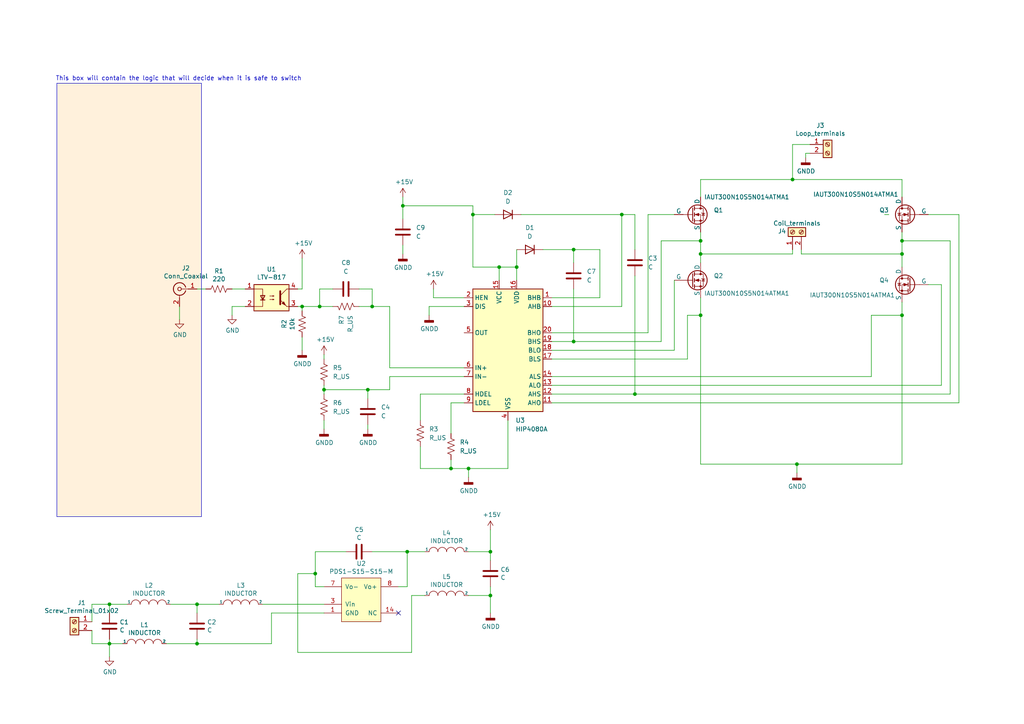
<source format=kicad_sch>
(kicad_sch
	(version 20231120)
	(generator "eeschema")
	(generator_version "8.0")
	(uuid "8510e844-3def-44d1-bcab-3572b2a43923")
	(paper "A4")
	(title_block
		(title "H_Bridge")
		(date "04/20/2024")
	)
	(lib_symbols
		(symbol "Coil_speedifier-rescue:+15V-power"
			(power)
			(pin_names
				(offset 0)
			)
			(exclude_from_sim no)
			(in_bom yes)
			(on_board yes)
			(property "Reference" "#PWR"
				(at 0 -3.81 0)
				(effects
					(font
						(size 1.27 1.27)
					)
					(hide yes)
				)
			)
			(property "Value" "power_+15V"
				(at 0 3.556 0)
				(effects
					(font
						(size 1.27 1.27)
					)
				)
			)
			(property "Footprint" ""
				(at 0 0 0)
				(effects
					(font
						(size 1.27 1.27)
					)
					(hide yes)
				)
			)
			(property "Datasheet" ""
				(at 0 0 0)
				(effects
					(font
						(size 1.27 1.27)
					)
					(hide yes)
				)
			)
			(property "Description" ""
				(at 0 0 0)
				(effects
					(font
						(size 1.27 1.27)
					)
					(hide yes)
				)
			)
			(symbol "+15V-power_0_1"
				(polyline
					(pts
						(xy -0.762 1.27) (xy 0 2.54)
					)
					(stroke
						(width 0)
						(type solid)
					)
					(fill
						(type none)
					)
				)
				(polyline
					(pts
						(xy 0 0) (xy 0 2.54)
					)
					(stroke
						(width 0)
						(type solid)
					)
					(fill
						(type none)
					)
				)
				(polyline
					(pts
						(xy 0 2.54) (xy 0.762 1.27)
					)
					(stroke
						(width 0)
						(type solid)
					)
					(fill
						(type none)
					)
				)
			)
			(symbol "+15V-power_1_1"
				(pin power_in line
					(at 0 0 90)
					(length 0) hide
					(name "+15V"
						(effects
							(font
								(size 1.27 1.27)
							)
						)
					)
					(number "1"
						(effects
							(font
								(size 1.27 1.27)
							)
						)
					)
				)
			)
		)
		(symbol "Coil_speedifier-rescue:GND-power"
			(power)
			(pin_names
				(offset 0)
			)
			(exclude_from_sim no)
			(in_bom yes)
			(on_board yes)
			(property "Reference" "#PWR"
				(at 0 -6.35 0)
				(effects
					(font
						(size 1.27 1.27)
					)
					(hide yes)
				)
			)
			(property "Value" "power_GND"
				(at 0 -3.81 0)
				(effects
					(font
						(size 1.27 1.27)
					)
				)
			)
			(property "Footprint" ""
				(at 0 0 0)
				(effects
					(font
						(size 1.27 1.27)
					)
					(hide yes)
				)
			)
			(property "Datasheet" ""
				(at 0 0 0)
				(effects
					(font
						(size 1.27 1.27)
					)
					(hide yes)
				)
			)
			(property "Description" ""
				(at 0 0 0)
				(effects
					(font
						(size 1.27 1.27)
					)
					(hide yes)
				)
			)
			(symbol "GND-power_0_1"
				(polyline
					(pts
						(xy 0 0) (xy 0 -1.27) (xy 1.27 -1.27) (xy 0 -2.54) (xy -1.27 -1.27) (xy 0 -1.27)
					)
					(stroke
						(width 0)
						(type solid)
					)
					(fill
						(type none)
					)
				)
			)
			(symbol "GND-power_1_1"
				(pin power_in line
					(at 0 0 270)
					(length 0) hide
					(name "GND"
						(effects
							(font
								(size 1.27 1.27)
							)
						)
					)
					(number "1"
						(effects
							(font
								(size 1.27 1.27)
							)
						)
					)
				)
			)
		)
		(symbol "Coil_speedifier-rescue:GNDD-power"
			(power)
			(pin_names
				(offset 0)
			)
			(exclude_from_sim no)
			(in_bom yes)
			(on_board yes)
			(property "Reference" "#PWR"
				(at 0 -6.35 0)
				(effects
					(font
						(size 1.27 1.27)
					)
					(hide yes)
				)
			)
			(property "Value" "power_GNDD"
				(at 0 -3.175 0)
				(effects
					(font
						(size 1.27 1.27)
					)
				)
			)
			(property "Footprint" ""
				(at 0 0 0)
				(effects
					(font
						(size 1.27 1.27)
					)
					(hide yes)
				)
			)
			(property "Datasheet" ""
				(at 0 0 0)
				(effects
					(font
						(size 1.27 1.27)
					)
					(hide yes)
				)
			)
			(property "Description" ""
				(at 0 0 0)
				(effects
					(font
						(size 1.27 1.27)
					)
					(hide yes)
				)
			)
			(symbol "GNDD-power_0_1"
				(rectangle
					(start -1.27 -1.524)
					(end 1.27 -2.032)
					(stroke
						(width 0.254)
						(type solid)
					)
					(fill
						(type outline)
					)
				)
				(polyline
					(pts
						(xy 0 0) (xy 0 -1.524)
					)
					(stroke
						(width 0)
						(type solid)
					)
					(fill
						(type none)
					)
				)
			)
			(symbol "GNDD-power_1_1"
				(pin power_in line
					(at 0 0 270)
					(length 0) hide
					(name "GNDD"
						(effects
							(font
								(size 1.27 1.27)
							)
						)
					)
					(number "1"
						(effects
							(font
								(size 1.27 1.27)
							)
						)
					)
				)
			)
		)
		(symbol "Coil_speedifier-rescue:INDUCTOR-pspice"
			(pin_numbers hide)
			(pin_names
				(offset 0)
			)
			(exclude_from_sim no)
			(in_bom yes)
			(on_board yes)
			(property "Reference" "L"
				(at 0 2.54 0)
				(effects
					(font
						(size 1.27 1.27)
					)
				)
			)
			(property "Value" "pspice_INDUCTOR"
				(at 0 -1.27 0)
				(effects
					(font
						(size 1.27 1.27)
					)
				)
			)
			(property "Footprint" ""
				(at 0 0 0)
				(effects
					(font
						(size 1.27 1.27)
					)
					(hide yes)
				)
			)
			(property "Datasheet" ""
				(at 0 0 0)
				(effects
					(font
						(size 1.27 1.27)
					)
					(hide yes)
				)
			)
			(property "Description" ""
				(at 0 0 0)
				(effects
					(font
						(size 1.27 1.27)
					)
					(hide yes)
				)
			)
			(symbol "INDUCTOR-pspice_0_1"
				(arc
					(start -2.54 0)
					(mid -3.81 1.27)
					(end -5.08 0)
					(stroke
						(width 0)
						(type solid)
					)
					(fill
						(type none)
					)
				)
				(arc
					(start 0 0)
					(mid -1.27 1.27)
					(end -2.54 0)
					(stroke
						(width 0)
						(type solid)
					)
					(fill
						(type none)
					)
				)
				(arc
					(start 2.54 0)
					(mid 1.27 1.27)
					(end 0 0)
					(stroke
						(width 0)
						(type solid)
					)
					(fill
						(type none)
					)
				)
				(arc
					(start 5.08 0)
					(mid 3.81 1.27)
					(end 2.54 0)
					(stroke
						(width 0)
						(type solid)
					)
					(fill
						(type none)
					)
				)
			)
			(symbol "INDUCTOR-pspice_1_1"
				(pin input line
					(at -6.35 0 0)
					(length 1.27)
					(name "1"
						(effects
							(font
								(size 0.762 0.762)
							)
						)
					)
					(number "1"
						(effects
							(font
								(size 0.762 0.762)
							)
						)
					)
				)
				(pin input line
					(at 6.35 0 180)
					(length 1.27)
					(name "2"
						(effects
							(font
								(size 0.762 0.762)
							)
						)
					)
					(number "2"
						(effects
							(font
								(size 0.762 0.762)
							)
						)
					)
				)
			)
		)
		(symbol "Connector:Conn_Coaxial"
			(pin_names
				(offset 1.016) hide)
			(exclude_from_sim no)
			(in_bom yes)
			(on_board yes)
			(property "Reference" "J"
				(at 0.254 3.048 0)
				(effects
					(font
						(size 1.27 1.27)
					)
				)
			)
			(property "Value" "Conn_Coaxial"
				(at 2.921 0 90)
				(effects
					(font
						(size 1.27 1.27)
					)
				)
			)
			(property "Footprint" ""
				(at 0 0 0)
				(effects
					(font
						(size 1.27 1.27)
					)
					(hide yes)
				)
			)
			(property "Datasheet" " ~"
				(at 0 0 0)
				(effects
					(font
						(size 1.27 1.27)
					)
					(hide yes)
				)
			)
			(property "Description" "coaxial connector (BNC, SMA, SMB, SMC, Cinch/RCA, LEMO, ...)"
				(at 0 0 0)
				(effects
					(font
						(size 1.27 1.27)
					)
					(hide yes)
				)
			)
			(property "ki_keywords" "BNC SMA SMB SMC LEMO coaxial connector CINCH RCA MCX MMCX U.FL UMRF"
				(at 0 0 0)
				(effects
					(font
						(size 1.27 1.27)
					)
					(hide yes)
				)
			)
			(property "ki_fp_filters" "*BNC* *SMA* *SMB* *SMC* *Cinch* *LEMO* *UMRF* *MCX* *U.FL*"
				(at 0 0 0)
				(effects
					(font
						(size 1.27 1.27)
					)
					(hide yes)
				)
			)
			(symbol "Conn_Coaxial_0_1"
				(arc
					(start -1.778 -0.508)
					(mid 0.2311 -1.8066)
					(end 1.778 0)
					(stroke
						(width 0.254)
						(type default)
					)
					(fill
						(type none)
					)
				)
				(polyline
					(pts
						(xy -2.54 0) (xy -0.508 0)
					)
					(stroke
						(width 0)
						(type default)
					)
					(fill
						(type none)
					)
				)
				(polyline
					(pts
						(xy 0 -2.54) (xy 0 -1.778)
					)
					(stroke
						(width 0)
						(type default)
					)
					(fill
						(type none)
					)
				)
				(circle
					(center 0 0)
					(radius 0.508)
					(stroke
						(width 0.2032)
						(type default)
					)
					(fill
						(type none)
					)
				)
				(arc
					(start 1.778 0)
					(mid 0.2099 1.8101)
					(end -1.778 0.508)
					(stroke
						(width 0.254)
						(type default)
					)
					(fill
						(type none)
					)
				)
			)
			(symbol "Conn_Coaxial_1_1"
				(pin passive line
					(at -5.08 0 0)
					(length 2.54)
					(name "In"
						(effects
							(font
								(size 1.27 1.27)
							)
						)
					)
					(number "1"
						(effects
							(font
								(size 1.27 1.27)
							)
						)
					)
				)
				(pin passive line
					(at 0 -5.08 90)
					(length 2.54)
					(name "Ext"
						(effects
							(font
								(size 1.27 1.27)
							)
						)
					)
					(number "2"
						(effects
							(font
								(size 1.27 1.27)
							)
						)
					)
				)
			)
		)
		(symbol "Connector:Screw_Terminal_01x02"
			(pin_names
				(offset 1.016) hide)
			(exclude_from_sim no)
			(in_bom yes)
			(on_board yes)
			(property "Reference" "J"
				(at 0 2.54 0)
				(effects
					(font
						(size 1.27 1.27)
					)
				)
			)
			(property "Value" "Screw_Terminal_01x02"
				(at 0 -5.08 0)
				(effects
					(font
						(size 1.27 1.27)
					)
				)
			)
			(property "Footprint" ""
				(at 0 0 0)
				(effects
					(font
						(size 1.27 1.27)
					)
					(hide yes)
				)
			)
			(property "Datasheet" "~"
				(at 0 0 0)
				(effects
					(font
						(size 1.27 1.27)
					)
					(hide yes)
				)
			)
			(property "Description" "Generic screw terminal, single row, 01x02, script generated (kicad-library-utils/schlib/autogen/connector/)"
				(at 0 0 0)
				(effects
					(font
						(size 1.27 1.27)
					)
					(hide yes)
				)
			)
			(property "ki_keywords" "screw terminal"
				(at 0 0 0)
				(effects
					(font
						(size 1.27 1.27)
					)
					(hide yes)
				)
			)
			(property "ki_fp_filters" "TerminalBlock*:*"
				(at 0 0 0)
				(effects
					(font
						(size 1.27 1.27)
					)
					(hide yes)
				)
			)
			(symbol "Screw_Terminal_01x02_1_1"
				(rectangle
					(start -1.27 1.27)
					(end 1.27 -3.81)
					(stroke
						(width 0.254)
						(type default)
					)
					(fill
						(type background)
					)
				)
				(circle
					(center 0 -2.54)
					(radius 0.635)
					(stroke
						(width 0.1524)
						(type default)
					)
					(fill
						(type none)
					)
				)
				(polyline
					(pts
						(xy -0.5334 -2.2098) (xy 0.3302 -3.048)
					)
					(stroke
						(width 0.1524)
						(type default)
					)
					(fill
						(type none)
					)
				)
				(polyline
					(pts
						(xy -0.5334 0.3302) (xy 0.3302 -0.508)
					)
					(stroke
						(width 0.1524)
						(type default)
					)
					(fill
						(type none)
					)
				)
				(polyline
					(pts
						(xy -0.3556 -2.032) (xy 0.508 -2.8702)
					)
					(stroke
						(width 0.1524)
						(type default)
					)
					(fill
						(type none)
					)
				)
				(polyline
					(pts
						(xy -0.3556 0.508) (xy 0.508 -0.3302)
					)
					(stroke
						(width 0.1524)
						(type default)
					)
					(fill
						(type none)
					)
				)
				(circle
					(center 0 0)
					(radius 0.635)
					(stroke
						(width 0.1524)
						(type default)
					)
					(fill
						(type none)
					)
				)
				(pin passive line
					(at -5.08 0 0)
					(length 3.81)
					(name "Pin_1"
						(effects
							(font
								(size 1.27 1.27)
							)
						)
					)
					(number "1"
						(effects
							(font
								(size 1.27 1.27)
							)
						)
					)
				)
				(pin passive line
					(at -5.08 -2.54 0)
					(length 3.81)
					(name "Pin_2"
						(effects
							(font
								(size 1.27 1.27)
							)
						)
					)
					(number "2"
						(effects
							(font
								(size 1.27 1.27)
							)
						)
					)
				)
			)
		)
		(symbol "Device:C"
			(pin_numbers hide)
			(pin_names
				(offset 0.254)
			)
			(exclude_from_sim no)
			(in_bom yes)
			(on_board yes)
			(property "Reference" "C"
				(at 0.635 2.54 0)
				(effects
					(font
						(size 1.27 1.27)
					)
					(justify left)
				)
			)
			(property "Value" "C"
				(at 0.635 -2.54 0)
				(effects
					(font
						(size 1.27 1.27)
					)
					(justify left)
				)
			)
			(property "Footprint" ""
				(at 0.9652 -3.81 0)
				(effects
					(font
						(size 1.27 1.27)
					)
					(hide yes)
				)
			)
			(property "Datasheet" "~"
				(at 0 0 0)
				(effects
					(font
						(size 1.27 1.27)
					)
					(hide yes)
				)
			)
			(property "Description" "Unpolarized capacitor"
				(at 0 0 0)
				(effects
					(font
						(size 1.27 1.27)
					)
					(hide yes)
				)
			)
			(property "ki_keywords" "cap capacitor"
				(at 0 0 0)
				(effects
					(font
						(size 1.27 1.27)
					)
					(hide yes)
				)
			)
			(property "ki_fp_filters" "C_*"
				(at 0 0 0)
				(effects
					(font
						(size 1.27 1.27)
					)
					(hide yes)
				)
			)
			(symbol "C_0_1"
				(polyline
					(pts
						(xy -2.032 -0.762) (xy 2.032 -0.762)
					)
					(stroke
						(width 0.508)
						(type default)
					)
					(fill
						(type none)
					)
				)
				(polyline
					(pts
						(xy -2.032 0.762) (xy 2.032 0.762)
					)
					(stroke
						(width 0.508)
						(type default)
					)
					(fill
						(type none)
					)
				)
			)
			(symbol "C_1_1"
				(pin passive line
					(at 0 3.81 270)
					(length 2.794)
					(name "~"
						(effects
							(font
								(size 1.27 1.27)
							)
						)
					)
					(number "1"
						(effects
							(font
								(size 1.27 1.27)
							)
						)
					)
				)
				(pin passive line
					(at 0 -3.81 90)
					(length 2.794)
					(name "~"
						(effects
							(font
								(size 1.27 1.27)
							)
						)
					)
					(number "2"
						(effects
							(font
								(size 1.27 1.27)
							)
						)
					)
				)
			)
		)
		(symbol "Device:D"
			(pin_numbers hide)
			(pin_names
				(offset 1.016) hide)
			(exclude_from_sim no)
			(in_bom yes)
			(on_board yes)
			(property "Reference" "D"
				(at 0 2.54 0)
				(effects
					(font
						(size 1.27 1.27)
					)
				)
			)
			(property "Value" "D"
				(at 0 -2.54 0)
				(effects
					(font
						(size 1.27 1.27)
					)
				)
			)
			(property "Footprint" ""
				(at 0 0 0)
				(effects
					(font
						(size 1.27 1.27)
					)
					(hide yes)
				)
			)
			(property "Datasheet" "~"
				(at 0 0 0)
				(effects
					(font
						(size 1.27 1.27)
					)
					(hide yes)
				)
			)
			(property "Description" "Diode"
				(at 0 0 0)
				(effects
					(font
						(size 1.27 1.27)
					)
					(hide yes)
				)
			)
			(property "Sim.Device" "D"
				(at 0 0 0)
				(effects
					(font
						(size 1.27 1.27)
					)
					(hide yes)
				)
			)
			(property "Sim.Pins" "1=K 2=A"
				(at 0 0 0)
				(effects
					(font
						(size 1.27 1.27)
					)
					(hide yes)
				)
			)
			(property "ki_keywords" "diode"
				(at 0 0 0)
				(effects
					(font
						(size 1.27 1.27)
					)
					(hide yes)
				)
			)
			(property "ki_fp_filters" "TO-???* *_Diode_* *SingleDiode* D_*"
				(at 0 0 0)
				(effects
					(font
						(size 1.27 1.27)
					)
					(hide yes)
				)
			)
			(symbol "D_0_1"
				(polyline
					(pts
						(xy -1.27 1.27) (xy -1.27 -1.27)
					)
					(stroke
						(width 0.254)
						(type default)
					)
					(fill
						(type none)
					)
				)
				(polyline
					(pts
						(xy 1.27 0) (xy -1.27 0)
					)
					(stroke
						(width 0)
						(type default)
					)
					(fill
						(type none)
					)
				)
				(polyline
					(pts
						(xy 1.27 1.27) (xy 1.27 -1.27) (xy -1.27 0) (xy 1.27 1.27)
					)
					(stroke
						(width 0.254)
						(type default)
					)
					(fill
						(type none)
					)
				)
			)
			(symbol "D_1_1"
				(pin passive line
					(at -3.81 0 0)
					(length 2.54)
					(name "K"
						(effects
							(font
								(size 1.27 1.27)
							)
						)
					)
					(number "1"
						(effects
							(font
								(size 1.27 1.27)
							)
						)
					)
				)
				(pin passive line
					(at 3.81 0 180)
					(length 2.54)
					(name "A"
						(effects
							(font
								(size 1.27 1.27)
							)
						)
					)
					(number "2"
						(effects
							(font
								(size 1.27 1.27)
							)
						)
					)
				)
			)
		)
		(symbol "Device:R_US"
			(pin_numbers hide)
			(pin_names
				(offset 0)
			)
			(exclude_from_sim no)
			(in_bom yes)
			(on_board yes)
			(property "Reference" "R"
				(at 2.54 0 90)
				(effects
					(font
						(size 1.27 1.27)
					)
				)
			)
			(property "Value" "R_US"
				(at -2.54 0 90)
				(effects
					(font
						(size 1.27 1.27)
					)
				)
			)
			(property "Footprint" ""
				(at 1.016 -0.254 90)
				(effects
					(font
						(size 1.27 1.27)
					)
					(hide yes)
				)
			)
			(property "Datasheet" "~"
				(at 0 0 0)
				(effects
					(font
						(size 1.27 1.27)
					)
					(hide yes)
				)
			)
			(property "Description" "Resistor, US symbol"
				(at 0 0 0)
				(effects
					(font
						(size 1.27 1.27)
					)
					(hide yes)
				)
			)
			(property "ki_keywords" "R res resistor"
				(at 0 0 0)
				(effects
					(font
						(size 1.27 1.27)
					)
					(hide yes)
				)
			)
			(property "ki_fp_filters" "R_*"
				(at 0 0 0)
				(effects
					(font
						(size 1.27 1.27)
					)
					(hide yes)
				)
			)
			(symbol "R_US_0_1"
				(polyline
					(pts
						(xy 0 -2.286) (xy 0 -2.54)
					)
					(stroke
						(width 0)
						(type default)
					)
					(fill
						(type none)
					)
				)
				(polyline
					(pts
						(xy 0 2.286) (xy 0 2.54)
					)
					(stroke
						(width 0)
						(type default)
					)
					(fill
						(type none)
					)
				)
				(polyline
					(pts
						(xy 0 -0.762) (xy 1.016 -1.143) (xy 0 -1.524) (xy -1.016 -1.905) (xy 0 -2.286)
					)
					(stroke
						(width 0)
						(type default)
					)
					(fill
						(type none)
					)
				)
				(polyline
					(pts
						(xy 0 0.762) (xy 1.016 0.381) (xy 0 0) (xy -1.016 -0.381) (xy 0 -0.762)
					)
					(stroke
						(width 0)
						(type default)
					)
					(fill
						(type none)
					)
				)
				(polyline
					(pts
						(xy 0 2.286) (xy 1.016 1.905) (xy 0 1.524) (xy -1.016 1.143) (xy 0 0.762)
					)
					(stroke
						(width 0)
						(type default)
					)
					(fill
						(type none)
					)
				)
			)
			(symbol "R_US_1_1"
				(pin passive line
					(at 0 3.81 270)
					(length 1.27)
					(name "~"
						(effects
							(font
								(size 1.27 1.27)
							)
						)
					)
					(number "1"
						(effects
							(font
								(size 1.27 1.27)
							)
						)
					)
				)
				(pin passive line
					(at 0 -3.81 90)
					(length 1.27)
					(name "~"
						(effects
							(font
								(size 1.27 1.27)
							)
						)
					)
					(number "2"
						(effects
							(font
								(size 1.27 1.27)
							)
						)
					)
				)
			)
		)
		(symbol "Driver_FET:HIP4080A"
			(exclude_from_sim no)
			(in_bom yes)
			(on_board yes)
			(property "Reference" "U"
				(at 5.08 21.59 0)
				(effects
					(font
						(size 1.27 1.27)
					)
					(justify left)
				)
			)
			(property "Value" "HIP4080A"
				(at 5.08 19.05 0)
				(effects
					(font
						(size 1.27 1.27)
					)
					(justify left)
				)
			)
			(property "Footprint" ""
				(at -1.27 3.81 0)
				(effects
					(font
						(size 1.27 1.27)
						(italic yes)
					)
					(hide yes)
				)
			)
			(property "Datasheet" "http://www.intersil.com/content/dam/Intersil/documents/hip4/hip4080a.pdf"
				(at -1.27 -10.16 0)
				(effects
					(font
						(size 1.27 1.27)
					)
					(hide yes)
				)
			)
			(property "Description" "High Frequency Full Bridge FET Driver, Input Comparator, 2.5A, 80V, DIP-20/SOIC-20"
				(at 0 0 0)
				(effects
					(font
						(size 1.27 1.27)
					)
					(hide yes)
				)
			)
			(property "ki_keywords" "Half Bridge Gate Driver"
				(at 0 0 0)
				(effects
					(font
						(size 1.27 1.27)
					)
					(hide yes)
				)
			)
			(property "ki_fp_filters" "SOIC*7.5x12.8mm*P1.27mm* DIP*W7.62mm*"
				(at 0 0 0)
				(effects
					(font
						(size 1.27 1.27)
					)
					(hide yes)
				)
			)
			(symbol "HIP4080A_0_1"
				(rectangle
					(start -10.16 -17.78)
					(end 10.16 17.78)
					(stroke
						(width 0.254)
						(type default)
					)
					(fill
						(type background)
					)
				)
			)
			(symbol "HIP4080A_1_1"
				(pin input line
					(at 12.7 15.24 180)
					(length 2.54)
					(name "BHB"
						(effects
							(font
								(size 1.27 1.27)
							)
						)
					)
					(number "1"
						(effects
							(font
								(size 1.27 1.27)
							)
						)
					)
				)
				(pin input line
					(at 12.7 12.7 180)
					(length 2.54)
					(name "AHB"
						(effects
							(font
								(size 1.27 1.27)
							)
						)
					)
					(number "10"
						(effects
							(font
								(size 1.27 1.27)
							)
						)
					)
				)
				(pin output line
					(at 12.7 -15.24 180)
					(length 2.54)
					(name "AHO"
						(effects
							(font
								(size 1.27 1.27)
							)
						)
					)
					(number "11"
						(effects
							(font
								(size 1.27 1.27)
							)
						)
					)
				)
				(pin passive line
					(at 12.7 -12.7 180)
					(length 2.54)
					(name "AHS"
						(effects
							(font
								(size 1.27 1.27)
							)
						)
					)
					(number "12"
						(effects
							(font
								(size 1.27 1.27)
							)
						)
					)
				)
				(pin output line
					(at 12.7 -10.16 180)
					(length 2.54)
					(name "ALO"
						(effects
							(font
								(size 1.27 1.27)
							)
						)
					)
					(number "13"
						(effects
							(font
								(size 1.27 1.27)
							)
						)
					)
				)
				(pin passive line
					(at 12.7 -7.62 180)
					(length 2.54)
					(name "ALS"
						(effects
							(font
								(size 1.27 1.27)
							)
						)
					)
					(number "14"
						(effects
							(font
								(size 1.27 1.27)
							)
						)
					)
				)
				(pin power_in line
					(at -2.54 20.32 270)
					(length 2.54)
					(name "VCC"
						(effects
							(font
								(size 1.27 1.27)
							)
						)
					)
					(number "15"
						(effects
							(font
								(size 1.27 1.27)
							)
						)
					)
				)
				(pin power_in line
					(at 2.54 20.32 270)
					(length 2.54)
					(name "VDD"
						(effects
							(font
								(size 1.27 1.27)
							)
						)
					)
					(number "16"
						(effects
							(font
								(size 1.27 1.27)
							)
						)
					)
				)
				(pin passive line
					(at 12.7 -2.54 180)
					(length 2.54)
					(name "BLS"
						(effects
							(font
								(size 1.27 1.27)
							)
						)
					)
					(number "17"
						(effects
							(font
								(size 1.27 1.27)
							)
						)
					)
				)
				(pin output line
					(at 12.7 0 180)
					(length 2.54)
					(name "BLO"
						(effects
							(font
								(size 1.27 1.27)
							)
						)
					)
					(number "18"
						(effects
							(font
								(size 1.27 1.27)
							)
						)
					)
				)
				(pin passive line
					(at 12.7 2.54 180)
					(length 2.54)
					(name "BHS"
						(effects
							(font
								(size 1.27 1.27)
							)
						)
					)
					(number "19"
						(effects
							(font
								(size 1.27 1.27)
							)
						)
					)
				)
				(pin output line
					(at -12.7 15.24 0)
					(length 2.54)
					(name "HEN"
						(effects
							(font
								(size 1.27 1.27)
							)
						)
					)
					(number "2"
						(effects
							(font
								(size 1.27 1.27)
							)
						)
					)
				)
				(pin output line
					(at 12.7 5.08 180)
					(length 2.54)
					(name "BHO"
						(effects
							(font
								(size 1.27 1.27)
							)
						)
					)
					(number "20"
						(effects
							(font
								(size 1.27 1.27)
							)
						)
					)
				)
				(pin output line
					(at -12.7 12.7 0)
					(length 2.54)
					(name "DIS"
						(effects
							(font
								(size 1.27 1.27)
							)
						)
					)
					(number "3"
						(effects
							(font
								(size 1.27 1.27)
							)
						)
					)
				)
				(pin power_in line
					(at 0 -20.32 90)
					(length 2.54)
					(name "VSS"
						(effects
							(font
								(size 1.27 1.27)
							)
						)
					)
					(number "4"
						(effects
							(font
								(size 1.27 1.27)
							)
						)
					)
				)
				(pin output line
					(at -12.7 5.08 0)
					(length 2.54)
					(name "OUT"
						(effects
							(font
								(size 1.27 1.27)
							)
						)
					)
					(number "5"
						(effects
							(font
								(size 1.27 1.27)
							)
						)
					)
				)
				(pin input line
					(at -12.7 -5.08 0)
					(length 2.54)
					(name "IN+"
						(effects
							(font
								(size 1.27 1.27)
							)
						)
					)
					(number "6"
						(effects
							(font
								(size 1.27 1.27)
							)
						)
					)
				)
				(pin input line
					(at -12.7 -7.62 0)
					(length 2.54)
					(name "IN-"
						(effects
							(font
								(size 1.27 1.27)
							)
						)
					)
					(number "7"
						(effects
							(font
								(size 1.27 1.27)
							)
						)
					)
				)
				(pin passive line
					(at -12.7 -12.7 0)
					(length 2.54)
					(name "HDEL"
						(effects
							(font
								(size 1.27 1.27)
							)
						)
					)
					(number "8"
						(effects
							(font
								(size 1.27 1.27)
							)
						)
					)
				)
				(pin passive line
					(at -12.7 -15.24 0)
					(length 2.54)
					(name "LDEL"
						(effects
							(font
								(size 1.27 1.27)
							)
						)
					)
					(number "9"
						(effects
							(font
								(size 1.27 1.27)
							)
						)
					)
				)
			)
		)
		(symbol "Isolator:LTV-817"
			(pin_names
				(offset 1.016)
			)
			(exclude_from_sim no)
			(in_bom yes)
			(on_board yes)
			(property "Reference" "U"
				(at -5.08 5.08 0)
				(effects
					(font
						(size 1.27 1.27)
					)
					(justify left)
				)
			)
			(property "Value" "LTV-817"
				(at 0 5.08 0)
				(effects
					(font
						(size 1.27 1.27)
					)
					(justify left)
				)
			)
			(property "Footprint" "Package_DIP:DIP-4_W7.62mm"
				(at -5.08 -5.08 0)
				(effects
					(font
						(size 1.27 1.27)
						(italic yes)
					)
					(justify left)
					(hide yes)
				)
			)
			(property "Datasheet" "http://www.us.liteon.com/downloads/LTV-817-827-847.PDF"
				(at 0 -2.54 0)
				(effects
					(font
						(size 1.27 1.27)
					)
					(justify left)
					(hide yes)
				)
			)
			(property "Description" "DC Optocoupler, Vce 35V, CTR 50%, DIP-4"
				(at 0 0 0)
				(effects
					(font
						(size 1.27 1.27)
					)
					(hide yes)
				)
			)
			(property "ki_keywords" "NPN DC Optocoupler"
				(at 0 0 0)
				(effects
					(font
						(size 1.27 1.27)
					)
					(hide yes)
				)
			)
			(property "ki_fp_filters" "DIP*W7.62mm*"
				(at 0 0 0)
				(effects
					(font
						(size 1.27 1.27)
					)
					(hide yes)
				)
			)
			(symbol "LTV-817_0_1"
				(rectangle
					(start -5.08 3.81)
					(end 5.08 -3.81)
					(stroke
						(width 0.254)
						(type default)
					)
					(fill
						(type background)
					)
				)
				(polyline
					(pts
						(xy -3.175 -0.635) (xy -1.905 -0.635)
					)
					(stroke
						(width 0.254)
						(type default)
					)
					(fill
						(type none)
					)
				)
				(polyline
					(pts
						(xy 2.54 0.635) (xy 4.445 2.54)
					)
					(stroke
						(width 0)
						(type default)
					)
					(fill
						(type none)
					)
				)
				(polyline
					(pts
						(xy 4.445 -2.54) (xy 2.54 -0.635)
					)
					(stroke
						(width 0)
						(type default)
					)
					(fill
						(type outline)
					)
				)
				(polyline
					(pts
						(xy 4.445 -2.54) (xy 5.08 -2.54)
					)
					(stroke
						(width 0)
						(type default)
					)
					(fill
						(type none)
					)
				)
				(polyline
					(pts
						(xy 4.445 2.54) (xy 5.08 2.54)
					)
					(stroke
						(width 0)
						(type default)
					)
					(fill
						(type none)
					)
				)
				(polyline
					(pts
						(xy -5.08 2.54) (xy -2.54 2.54) (xy -2.54 -0.762)
					)
					(stroke
						(width 0)
						(type default)
					)
					(fill
						(type none)
					)
				)
				(polyline
					(pts
						(xy -2.54 -0.635) (xy -2.54 -2.54) (xy -5.08 -2.54)
					)
					(stroke
						(width 0)
						(type default)
					)
					(fill
						(type none)
					)
				)
				(polyline
					(pts
						(xy 2.54 1.905) (xy 2.54 -1.905) (xy 2.54 -1.905)
					)
					(stroke
						(width 0.508)
						(type default)
					)
					(fill
						(type none)
					)
				)
				(polyline
					(pts
						(xy -2.54 -0.635) (xy -3.175 0.635) (xy -1.905 0.635) (xy -2.54 -0.635)
					)
					(stroke
						(width 0.254)
						(type default)
					)
					(fill
						(type none)
					)
				)
				(polyline
					(pts
						(xy -0.508 -0.508) (xy 0.762 -0.508) (xy 0.381 -0.635) (xy 0.381 -0.381) (xy 0.762 -0.508)
					)
					(stroke
						(width 0)
						(type default)
					)
					(fill
						(type none)
					)
				)
				(polyline
					(pts
						(xy -0.508 0.508) (xy 0.762 0.508) (xy 0.381 0.381) (xy 0.381 0.635) (xy 0.762 0.508)
					)
					(stroke
						(width 0)
						(type default)
					)
					(fill
						(type none)
					)
				)
				(polyline
					(pts
						(xy 3.048 -1.651) (xy 3.556 -1.143) (xy 4.064 -2.159) (xy 3.048 -1.651) (xy 3.048 -1.651)
					)
					(stroke
						(width 0)
						(type default)
					)
					(fill
						(type outline)
					)
				)
			)
			(symbol "LTV-817_1_1"
				(pin passive line
					(at -7.62 2.54 0)
					(length 2.54)
					(name "~"
						(effects
							(font
								(size 1.27 1.27)
							)
						)
					)
					(number "1"
						(effects
							(font
								(size 1.27 1.27)
							)
						)
					)
				)
				(pin passive line
					(at -7.62 -2.54 0)
					(length 2.54)
					(name "~"
						(effects
							(font
								(size 1.27 1.27)
							)
						)
					)
					(number "2"
						(effects
							(font
								(size 1.27 1.27)
							)
						)
					)
				)
				(pin passive line
					(at 7.62 -2.54 180)
					(length 2.54)
					(name "~"
						(effects
							(font
								(size 1.27 1.27)
							)
						)
					)
					(number "3"
						(effects
							(font
								(size 1.27 1.27)
							)
						)
					)
				)
				(pin passive line
					(at 7.62 2.54 180)
					(length 2.54)
					(name "~"
						(effects
							(font
								(size 1.27 1.27)
							)
						)
					)
					(number "4"
						(effects
							(font
								(size 1.27 1.27)
							)
						)
					)
				)
			)
		)
		(symbol "Simulation_SPICE:NMOS"
			(pin_numbers hide)
			(pin_names
				(offset 0)
			)
			(exclude_from_sim no)
			(in_bom yes)
			(on_board yes)
			(property "Reference" "Q"
				(at 5.08 1.27 0)
				(effects
					(font
						(size 1.27 1.27)
					)
					(justify left)
				)
			)
			(property "Value" "NMOS"
				(at 5.08 -1.27 0)
				(effects
					(font
						(size 1.27 1.27)
					)
					(justify left)
				)
			)
			(property "Footprint" ""
				(at 5.08 2.54 0)
				(effects
					(font
						(size 1.27 1.27)
					)
					(hide yes)
				)
			)
			(property "Datasheet" "https://ngspice.sourceforge.io/docs/ngspice-html-manual/manual.xhtml#cha_MOSFETs"
				(at 0 -12.7 0)
				(effects
					(font
						(size 1.27 1.27)
					)
					(hide yes)
				)
			)
			(property "Description" "N-MOSFET transistor, drain/source/gate"
				(at 0 0 0)
				(effects
					(font
						(size 1.27 1.27)
					)
					(hide yes)
				)
			)
			(property "Sim.Device" "NMOS"
				(at 0 -17.145 0)
				(effects
					(font
						(size 1.27 1.27)
					)
					(hide yes)
				)
			)
			(property "Sim.Type" "VDMOS"
				(at 0 -19.05 0)
				(effects
					(font
						(size 1.27 1.27)
					)
					(hide yes)
				)
			)
			(property "Sim.Pins" "1=D 2=G 3=S"
				(at 0 -15.24 0)
				(effects
					(font
						(size 1.27 1.27)
					)
					(hide yes)
				)
			)
			(property "ki_keywords" "transistor NMOS N-MOS N-MOSFET simulation"
				(at 0 0 0)
				(effects
					(font
						(size 1.27 1.27)
					)
					(hide yes)
				)
			)
			(symbol "NMOS_0_1"
				(polyline
					(pts
						(xy 0.254 0) (xy -2.54 0)
					)
					(stroke
						(width 0)
						(type default)
					)
					(fill
						(type none)
					)
				)
				(polyline
					(pts
						(xy 0.254 1.905) (xy 0.254 -1.905)
					)
					(stroke
						(width 0.254)
						(type default)
					)
					(fill
						(type none)
					)
				)
				(polyline
					(pts
						(xy 0.762 -1.27) (xy 0.762 -2.286)
					)
					(stroke
						(width 0.254)
						(type default)
					)
					(fill
						(type none)
					)
				)
				(polyline
					(pts
						(xy 0.762 0.508) (xy 0.762 -0.508)
					)
					(stroke
						(width 0.254)
						(type default)
					)
					(fill
						(type none)
					)
				)
				(polyline
					(pts
						(xy 0.762 2.286) (xy 0.762 1.27)
					)
					(stroke
						(width 0.254)
						(type default)
					)
					(fill
						(type none)
					)
				)
				(polyline
					(pts
						(xy 2.54 2.54) (xy 2.54 1.778)
					)
					(stroke
						(width 0)
						(type default)
					)
					(fill
						(type none)
					)
				)
				(polyline
					(pts
						(xy 2.54 -2.54) (xy 2.54 0) (xy 0.762 0)
					)
					(stroke
						(width 0)
						(type default)
					)
					(fill
						(type none)
					)
				)
				(polyline
					(pts
						(xy 0.762 -1.778) (xy 3.302 -1.778) (xy 3.302 1.778) (xy 0.762 1.778)
					)
					(stroke
						(width 0)
						(type default)
					)
					(fill
						(type none)
					)
				)
				(polyline
					(pts
						(xy 1.016 0) (xy 2.032 0.381) (xy 2.032 -0.381) (xy 1.016 0)
					)
					(stroke
						(width 0)
						(type default)
					)
					(fill
						(type outline)
					)
				)
				(polyline
					(pts
						(xy 2.794 0.508) (xy 2.921 0.381) (xy 3.683 0.381) (xy 3.81 0.254)
					)
					(stroke
						(width 0)
						(type default)
					)
					(fill
						(type none)
					)
				)
				(polyline
					(pts
						(xy 3.302 0.381) (xy 2.921 -0.254) (xy 3.683 -0.254) (xy 3.302 0.381)
					)
					(stroke
						(width 0)
						(type default)
					)
					(fill
						(type none)
					)
				)
				(circle
					(center 1.651 0)
					(radius 2.794)
					(stroke
						(width 0.254)
						(type default)
					)
					(fill
						(type none)
					)
				)
				(circle
					(center 2.54 -1.778)
					(radius 0.254)
					(stroke
						(width 0)
						(type default)
					)
					(fill
						(type outline)
					)
				)
				(circle
					(center 2.54 1.778)
					(radius 0.254)
					(stroke
						(width 0)
						(type default)
					)
					(fill
						(type outline)
					)
				)
			)
			(symbol "NMOS_1_1"
				(pin passive line
					(at 2.54 5.08 270)
					(length 2.54)
					(name "D"
						(effects
							(font
								(size 1.27 1.27)
							)
						)
					)
					(number "1"
						(effects
							(font
								(size 1.27 1.27)
							)
						)
					)
				)
				(pin input line
					(at -5.08 0 0)
					(length 2.54)
					(name "G"
						(effects
							(font
								(size 1.27 1.27)
							)
						)
					)
					(number "2"
						(effects
							(font
								(size 1.27 1.27)
							)
						)
					)
				)
				(pin passive line
					(at 2.54 -5.08 90)
					(length 2.54)
					(name "S"
						(effects
							(font
								(size 1.27 1.27)
							)
						)
					)
					(number "3"
						(effects
							(font
								(size 1.27 1.27)
							)
						)
					)
				)
			)
		)
		(symbol "coil_speedifier:PDS1-S15-S15-M"
			(pin_names
				(offset 1.016)
			)
			(exclude_from_sim no)
			(in_bom yes)
			(on_board yes)
			(property "Reference" "U"
				(at -1.27 13.97 0)
				(effects
					(font
						(size 1.27 1.27)
					)
				)
			)
			(property "Value" "PDS1-S15-S15-M"
				(at 2.54 -1.27 0)
				(effects
					(font
						(size 1.27 1.27)
					)
				)
			)
			(property "Footprint" ""
				(at 6.35 5.08 0)
				(effects
					(font
						(size 1.27 1.27)
					)
					(hide yes)
				)
			)
			(property "Datasheet" ""
				(at 6.35 5.08 0)
				(effects
					(font
						(size 1.27 1.27)
					)
					(hide yes)
				)
			)
			(property "Description" ""
				(at 0 0 0)
				(effects
					(font
						(size 1.27 1.27)
					)
					(hide yes)
				)
			)
			(symbol "PDS1-S15-S15-M_0_1"
				(rectangle
					(start 0 12.7)
					(end 11.43 0)
					(stroke
						(width 0)
						(type solid)
					)
					(fill
						(type background)
					)
				)
			)
			(symbol "PDS1-S15-S15-M_1_1"
				(pin input line
					(at -5.08 10.16 0)
					(length 5.08)
					(name "GND"
						(effects
							(font
								(size 1.27 1.27)
							)
						)
					)
					(number "1"
						(effects
							(font
								(size 1.27 1.27)
							)
						)
					)
				)
				(pin input line
					(at 16.51 10.16 180)
					(length 5.08)
					(name "NC"
						(effects
							(font
								(size 1.27 1.27)
							)
						)
					)
					(number "14"
						(effects
							(font
								(size 1.27 1.27)
							)
						)
					)
				)
				(pin input line
					(at -5.08 7.62 0)
					(length 5.08)
					(name "Vin"
						(effects
							(font
								(size 1.27 1.27)
							)
						)
					)
					(number "3"
						(effects
							(font
								(size 1.27 1.27)
							)
						)
					)
				)
				(pin input line
					(at -5.08 2.54 0)
					(length 5.08)
					(name "Vo-"
						(effects
							(font
								(size 1.27 1.27)
							)
						)
					)
					(number "7"
						(effects
							(font
								(size 1.27 1.27)
							)
						)
					)
				)
				(pin input line
					(at 16.51 2.54 180)
					(length 5.08)
					(name "Vo+"
						(effects
							(font
								(size 1.27 1.27)
							)
						)
					)
					(number "8"
						(effects
							(font
								(size 1.27 1.27)
							)
						)
					)
				)
			)
		)
	)
	(junction
		(at 203.2 91.44)
		(diameter 0)
		(color 0 0 0 0)
		(uuid "06dc7be8-8f86-496b-abd8-751bdc97767d")
	)
	(junction
		(at 231.14 134.62)
		(diameter 0)
		(color 0 0 0 0)
		(uuid "0c05a767-0de3-45af-8ba8-7e7a00e79645")
	)
	(junction
		(at 92.71 88.9)
		(diameter 0)
		(color 0 0 0 0)
		(uuid "0ef52702-caa4-43d7-b02c-23d75de17f20")
	)
	(junction
		(at 57.15 186.69)
		(diameter 0)
		(color 0 0 0 0)
		(uuid "196e7b46-a97a-4dff-8474-e5f7d6871aba")
	)
	(junction
		(at 149.86 77.47)
		(diameter 0)
		(color 0 0 0 0)
		(uuid "27e028b7-e504-44b8-a697-f0c058f0a2b4")
	)
	(junction
		(at 142.24 172.72)
		(diameter 0)
		(color 0 0 0 0)
		(uuid "383d4853-497e-483a-ad1a-fee151b86c85")
	)
	(junction
		(at 261.62 91.44)
		(diameter 0)
		(color 0 0 0 0)
		(uuid "3bfa7a85-2d17-403d-8b9b-98a53cd6d060")
	)
	(junction
		(at 184.15 114.3)
		(diameter 0)
		(color 0 0 0 0)
		(uuid "520c2399-bfc2-4526-be4b-0f6a0a15f41e")
	)
	(junction
		(at 137.16 62.23)
		(diameter 0)
		(color 0 0 0 0)
		(uuid "5c3e9604-3048-4eba-9633-58367cccf641")
	)
	(junction
		(at 135.89 135.89)
		(diameter 0)
		(color 0 0 0 0)
		(uuid "6a112e14-67eb-4a69-800a-b2d0926758be")
	)
	(junction
		(at 116.84 59.69)
		(diameter 0)
		(color 0 0 0 0)
		(uuid "81aee97b-792c-4fa1-9ff4-b3c9a3c30973")
	)
	(junction
		(at 229.87 52.07)
		(diameter 0)
		(color 0 0 0 0)
		(uuid "9353ff8b-056f-44c0-bf63-571f8c4be129")
	)
	(junction
		(at 166.37 99.06)
		(diameter 0)
		(color 0 0 0 0)
		(uuid "98996307-e60d-4740-ba22-cf6722b4cece")
	)
	(junction
		(at 203.2 73.66)
		(diameter 0)
		(color 0 0 0 0)
		(uuid "9c7e9568-39ed-4b3c-80f7-c7b22bf334e9")
	)
	(junction
		(at 203.2 69.85)
		(diameter 0)
		(color 0 0 0 0)
		(uuid "a1808a98-1acf-4999-a88f-6fe76f0a65a7")
	)
	(junction
		(at 118.11 160.02)
		(diameter 0)
		(color 0 0 0 0)
		(uuid "a19b154a-e159-4049-b59d-0b1dd7e1ebaf")
	)
	(junction
		(at 107.95 88.9)
		(diameter 0)
		(color 0 0 0 0)
		(uuid "b00a30ab-396b-4203-a50e-ca4cdececcb2")
	)
	(junction
		(at 166.37 72.39)
		(diameter 0)
		(color 0 0 0 0)
		(uuid "bb20b281-31d0-42dc-be6e-b283d9e7384b")
	)
	(junction
		(at 93.98 113.03)
		(diameter 0)
		(color 0 0 0 0)
		(uuid "bbaac55b-f7a5-4500-a5f2-298e644a216f")
	)
	(junction
		(at 87.63 88.9)
		(diameter 0)
		(color 0 0 0 0)
		(uuid "c26bbc57-0640-4a99-999f-854308dd4c19")
	)
	(junction
		(at 180.34 62.23)
		(diameter 0)
		(color 0 0 0 0)
		(uuid "c61cd502-ab76-47bd-9cc9-476683660186")
	)
	(junction
		(at 31.75 175.26)
		(diameter 0)
		(color 0 0 0 0)
		(uuid "c9c63360-6af9-4b9f-a56e-340d33ebb111")
	)
	(junction
		(at 91.44 166.37)
		(diameter 0)
		(color 0 0 0 0)
		(uuid "cb2410a2-ba97-408f-9237-b70b169992bc")
	)
	(junction
		(at 261.62 73.66)
		(diameter 0)
		(color 0 0 0 0)
		(uuid "cb554f11-30e9-4ac1-b6c1-309534a17a23")
	)
	(junction
		(at 261.62 69.85)
		(diameter 0)
		(color 0 0 0 0)
		(uuid "d1e8a5da-c9bc-45f1-b5bb-6b331e2b501b")
	)
	(junction
		(at 57.15 175.26)
		(diameter 0)
		(color 0 0 0 0)
		(uuid "d7ee7d28-e8b9-4e2d-88eb-3a6d787c4f75")
	)
	(junction
		(at 106.68 113.03)
		(diameter 0)
		(color 0 0 0 0)
		(uuid "d948d2e6-9bd1-49a7-9e53-0e4b004fb5f4")
	)
	(junction
		(at 130.81 135.89)
		(diameter 0)
		(color 0 0 0 0)
		(uuid "df53c37d-34f6-4ecd-b69a-70fd4d5b6f2b")
	)
	(junction
		(at 31.75 186.69)
		(diameter 0)
		(color 0 0 0 0)
		(uuid "e727d66c-5a17-4a4d-98f6-203f5549a741")
	)
	(junction
		(at 142.24 160.02)
		(diameter 0)
		(color 0 0 0 0)
		(uuid "e79c4acd-bee2-48bf-8b5d-fc359035e3b4")
	)
	(junction
		(at 144.78 77.47)
		(diameter 0)
		(color 0 0 0 0)
		(uuid "e9da206b-332e-40ac-bd9d-7fe3ee52c0fc")
	)
	(no_connect
		(at 115.57 177.8)
		(uuid "1384f66a-bcea-4fa6-a758-e34720b3f393")
	)
	(wire
		(pts
			(xy 93.98 113.03) (xy 106.68 113.03)
		)
		(stroke
			(width 0)
			(type default)
		)
		(uuid "009a579e-4f3d-4022-a6a2-6a48af4e01aa")
	)
	(wire
		(pts
			(xy 106.68 113.03) (xy 113.03 113.03)
		)
		(stroke
			(width 0)
			(type default)
		)
		(uuid "00aef3a2-f226-41e9-96b2-4c4a2909ee31")
	)
	(wire
		(pts
			(xy 142.24 172.72) (xy 142.24 177.8)
		)
		(stroke
			(width 0)
			(type default)
		)
		(uuid "05a7127c-de7c-4d04-ab19-9de325fe8d64")
	)
	(wire
		(pts
			(xy 121.92 135.89) (xy 121.92 129.54)
		)
		(stroke
			(width 0)
			(type default)
		)
		(uuid "081d44e6-6e58-4c7e-89ad-883462aac7d3")
	)
	(wire
		(pts
			(xy 67.31 83.82) (xy 71.12 83.82)
		)
		(stroke
			(width 0)
			(type default)
		)
		(uuid "095d498b-7557-459c-91b7-1ea11b33fecd")
	)
	(wire
		(pts
			(xy 278.13 62.23) (xy 269.24 62.23)
		)
		(stroke
			(width 0)
			(type default)
		)
		(uuid "0a738f02-be46-436c-89f3-7580e636877b")
	)
	(wire
		(pts
			(xy 121.92 114.3) (xy 134.62 114.3)
		)
		(stroke
			(width 0)
			(type default)
		)
		(uuid "0d0b265c-3f06-44d8-8934-8ef31c7b5684")
	)
	(wire
		(pts
			(xy 26.67 186.69) (xy 31.75 186.69)
		)
		(stroke
			(width 0)
			(type default)
		)
		(uuid "0da4ceb4-3083-43bb-84e1-dc656eeef316")
	)
	(wire
		(pts
			(xy 137.16 77.47) (xy 137.16 62.23)
		)
		(stroke
			(width 0)
			(type default)
		)
		(uuid "0f3bcd97-e97b-41a3-bf58-ab23a2177b64")
	)
	(wire
		(pts
			(xy 160.02 99.06) (xy 166.37 99.06)
		)
		(stroke
			(width 0)
			(type default)
		)
		(uuid "0ff4cf7e-ddad-45a1-ad01-950c00e8fa8a")
	)
	(wire
		(pts
			(xy 203.2 86.36) (xy 203.2 91.44)
		)
		(stroke
			(width 0)
			(type default)
		)
		(uuid "0ff757e4-514c-43de-92b4-86e760d6494d")
	)
	(wire
		(pts
			(xy 191.77 69.85) (xy 203.2 69.85)
		)
		(stroke
			(width 0)
			(type default)
		)
		(uuid "11a68b0d-7fbf-4ca4-ae0c-9efa2343b5f2")
	)
	(wire
		(pts
			(xy 166.37 72.39) (xy 166.37 76.2)
		)
		(stroke
			(width 0)
			(type default)
		)
		(uuid "12770dc0-1c6f-4566-86bb-e6c3b0961ef7")
	)
	(wire
		(pts
			(xy 203.2 69.85) (xy 203.2 73.66)
		)
		(stroke
			(width 0)
			(type default)
		)
		(uuid "18993d44-db33-4fc1-9bee-f1a0c595d7fd")
	)
	(wire
		(pts
			(xy 86.36 189.23) (xy 119.38 189.23)
		)
		(stroke
			(width 0)
			(type default)
		)
		(uuid "194fef8c-47f7-4bd3-824a-efb2f2b587e5")
	)
	(wire
		(pts
			(xy 252.73 109.22) (xy 252.73 91.44)
		)
		(stroke
			(width 0)
			(type default)
		)
		(uuid "1a129bf2-ff49-4ff7-8ba2-42e4f73a76c0")
	)
	(wire
		(pts
			(xy 166.37 72.39) (xy 173.99 72.39)
		)
		(stroke
			(width 0)
			(type default)
		)
		(uuid "1a9dd51f-57a2-4222-a25b-5ce8e9c944ee")
	)
	(wire
		(pts
			(xy 180.34 88.9) (xy 180.34 62.23)
		)
		(stroke
			(width 0)
			(type default)
		)
		(uuid "1bc18328-4633-4d77-8c61-8cc780002877")
	)
	(wire
		(pts
			(xy 160.02 101.6) (xy 195.58 101.6)
		)
		(stroke
			(width 0)
			(type default)
		)
		(uuid "1f44c0b8-34ee-4cd6-98e0-1a1349a5c41f")
	)
	(wire
		(pts
			(xy 142.24 160.02) (xy 142.24 162.56)
		)
		(stroke
			(width 0)
			(type default)
		)
		(uuid "20255a0c-895d-498d-b2c9-fe41747569a2")
	)
	(wire
		(pts
			(xy 137.16 77.47) (xy 144.78 77.47)
		)
		(stroke
			(width 0)
			(type default)
		)
		(uuid "21a1542e-35a7-47cf-911d-df2502ab8f83")
	)
	(wire
		(pts
			(xy 195.58 81.28) (xy 195.58 101.6)
		)
		(stroke
			(width 0)
			(type default)
		)
		(uuid "21be8b51-4eb1-41e9-ba70-df7c5916d45b")
	)
	(wire
		(pts
			(xy 234.95 41.91) (xy 229.87 41.91)
		)
		(stroke
			(width 0)
			(type default)
		)
		(uuid "22e01255-b008-4672-8e6b-b8b20ed108d8")
	)
	(wire
		(pts
			(xy 269.24 82.55) (xy 273.05 82.55)
		)
		(stroke
			(width 0)
			(type default)
		)
		(uuid "236f58db-4bd0-4de5-b165-4cf48981fa7c")
	)
	(wire
		(pts
			(xy 203.2 134.62) (xy 231.14 134.62)
		)
		(stroke
			(width 0)
			(type default)
		)
		(uuid "2434c888-73f0-46cc-8d79-cf53d416fbf0")
	)
	(wire
		(pts
			(xy 229.87 41.91) (xy 229.87 52.07)
		)
		(stroke
			(width 0)
			(type default)
		)
		(uuid "24cb1c15-5c24-4699-b3ea-248805adea8a")
	)
	(wire
		(pts
			(xy 96.52 83.82) (xy 92.71 83.82)
		)
		(stroke
			(width 0)
			(type default)
		)
		(uuid "2d3c2111-eee0-4903-b3f9-deaa2663b54c")
	)
	(wire
		(pts
			(xy 203.2 73.66) (xy 229.87 73.66)
		)
		(stroke
			(width 0)
			(type default)
		)
		(uuid "2ef556bd-2a7d-4ae5-9f97-f7e6a91526a1")
	)
	(wire
		(pts
			(xy 118.11 170.18) (xy 115.57 170.18)
		)
		(stroke
			(width 0)
			(type default)
		)
		(uuid "2efb39a8-f4e6-414f-be9c-072743036cca")
	)
	(wire
		(pts
			(xy 116.84 57.15) (xy 116.84 59.69)
		)
		(stroke
			(width 0)
			(type default)
		)
		(uuid "31477180-1c84-4ebe-939f-1e1ca42cbecc")
	)
	(wire
		(pts
			(xy 160.02 96.52) (xy 187.96 96.52)
		)
		(stroke
			(width 0)
			(type default)
		)
		(uuid "335f4928-9453-4a64-996e-c09a58831b37")
	)
	(wire
		(pts
			(xy 184.15 80.01) (xy 184.15 114.3)
		)
		(stroke
			(width 0)
			(type default)
		)
		(uuid "337bee14-9537-4b90-824a-8b668fd32763")
	)
	(wire
		(pts
			(xy 134.62 116.84) (xy 130.81 116.84)
		)
		(stroke
			(width 0)
			(type default)
		)
		(uuid "36529404-34f5-4e78-a821-8bd4a2e8ad58")
	)
	(wire
		(pts
			(xy 180.34 62.23) (xy 184.15 62.23)
		)
		(stroke
			(width 0)
			(type default)
		)
		(uuid "37d5ee07-0fec-416e-bc64-4f2c3c8e31ce")
	)
	(wire
		(pts
			(xy 130.81 133.35) (xy 130.81 135.89)
		)
		(stroke
			(width 0)
			(type default)
		)
		(uuid "385aa1b5-4f64-4193-be0c-0752e6deb345")
	)
	(wire
		(pts
			(xy 107.95 160.02) (xy 118.11 160.02)
		)
		(stroke
			(width 0)
			(type default)
		)
		(uuid "39accb4f-d457-47ca-933b-bf87c7288d83")
	)
	(wire
		(pts
			(xy 256.54 62.23) (xy 257.81 62.23)
		)
		(stroke
			(width 0)
			(type default)
		)
		(uuid "39ae81aa-d81e-4c22-857e-f12e97854bc9")
	)
	(wire
		(pts
			(xy 106.68 123.19) (xy 106.68 124.46)
		)
		(stroke
			(width 0)
			(type default)
		)
		(uuid "3b28eb8d-a577-40a4-8a94-7cf31837bbd7")
	)
	(wire
		(pts
			(xy 93.98 175.26) (xy 76.2 175.26)
		)
		(stroke
			(width 0)
			(type default)
		)
		(uuid "3c9f0d80-4593-4385-a2a3-81d25f6e99d3")
	)
	(wire
		(pts
			(xy 124.46 88.9) (xy 134.62 88.9)
		)
		(stroke
			(width 0)
			(type default)
		)
		(uuid "3ca32359-9f20-4c43-8e73-df7f6e7b2caa")
	)
	(wire
		(pts
			(xy 116.84 59.69) (xy 116.84 63.5)
		)
		(stroke
			(width 0)
			(type default)
		)
		(uuid "3cedb722-08f1-4585-966d-160bdaf47cda")
	)
	(wire
		(pts
			(xy 147.32 135.89) (xy 135.89 135.89)
		)
		(stroke
			(width 0)
			(type default)
		)
		(uuid "3d691854-4706-4d5e-b1bd-b0c772d6a37e")
	)
	(wire
		(pts
			(xy 160.02 114.3) (xy 184.15 114.3)
		)
		(stroke
			(width 0)
			(type default)
		)
		(uuid "3de31fcb-a738-4261-bbae-b53baa36b338")
	)
	(wire
		(pts
			(xy 184.15 114.3) (xy 275.59 114.3)
		)
		(stroke
			(width 0)
			(type default)
		)
		(uuid "3df38dee-3cb5-4ed2-a720-4f6a4c0e2ec5")
	)
	(wire
		(pts
			(xy 275.59 114.3) (xy 275.59 69.85)
		)
		(stroke
			(width 0)
			(type default)
		)
		(uuid "3e725f62-3319-4b44-be3d-d45f067abdea")
	)
	(wire
		(pts
			(xy 113.03 106.68) (xy 113.03 88.9)
		)
		(stroke
			(width 0)
			(type default)
		)
		(uuid "3ed552cc-7648-47cb-9dfa-48bc9be2ddd5")
	)
	(wire
		(pts
			(xy 261.62 69.85) (xy 275.59 69.85)
		)
		(stroke
			(width 0)
			(type default)
		)
		(uuid "3fcac40a-a7c3-4d0f-a05f-1daced81579e")
	)
	(wire
		(pts
			(xy 104.14 83.82) (xy 107.95 83.82)
		)
		(stroke
			(width 0)
			(type default)
		)
		(uuid "3fd2094c-ac4a-4776-aab1-49ef8dc5599f")
	)
	(wire
		(pts
			(xy 149.86 81.28) (xy 149.86 77.47)
		)
		(stroke
			(width 0)
			(type default)
		)
		(uuid "4104a1d6-1a6d-4540-b4e4-69e988c80199")
	)
	(wire
		(pts
			(xy 93.98 170.18) (xy 91.44 170.18)
		)
		(stroke
			(width 0)
			(type default)
		)
		(uuid "43f3e936-6067-4605-9c75-1e79038b82f7")
	)
	(wire
		(pts
			(xy 203.2 91.44) (xy 203.2 134.62)
		)
		(stroke
			(width 0)
			(type default)
		)
		(uuid "44c026e7-331b-476a-b560-eeab704e5db6")
	)
	(wire
		(pts
			(xy 137.16 62.23) (xy 143.51 62.23)
		)
		(stroke
			(width 0)
			(type default)
		)
		(uuid "48fac961-5328-46ec-b46a-d97b87e87055")
	)
	(wire
		(pts
			(xy 229.87 72.39) (xy 229.87 73.66)
		)
		(stroke
			(width 0)
			(type default)
		)
		(uuid "49270d85-57ce-4411-9bd6-d648c8197904")
	)
	(wire
		(pts
			(xy 87.63 88.9) (xy 92.71 88.9)
		)
		(stroke
			(width 0)
			(type default)
		)
		(uuid "4b0ce091-fbdb-4dda-a4b4-6409b8968b83")
	)
	(wire
		(pts
			(xy 135.89 135.89) (xy 130.81 135.89)
		)
		(stroke
			(width 0)
			(type default)
		)
		(uuid "4b13eddb-c6b6-40a9-91b5-2c777d5ae209")
	)
	(wire
		(pts
			(xy 93.98 124.46) (xy 93.98 121.92)
		)
		(stroke
			(width 0)
			(type default)
		)
		(uuid "4bba42f6-ae0d-4bc6-8ff6-94cbd0a6f752")
	)
	(wire
		(pts
			(xy 63.5 175.26) (xy 57.15 175.26)
		)
		(stroke
			(width 0)
			(type default)
		)
		(uuid "5075dc4f-14df-44c8-ba99-c167de6cfe3a")
	)
	(wire
		(pts
			(xy 229.87 52.07) (xy 261.62 52.07)
		)
		(stroke
			(width 0)
			(type default)
		)
		(uuid "51fb3622-a55f-4b6c-9e6a-8810727a47a7")
	)
	(wire
		(pts
			(xy 87.63 101.6) (xy 87.63 97.79)
		)
		(stroke
			(width 0)
			(type default)
		)
		(uuid "52492c44-abf7-493f-842c-8a395d693278")
	)
	(wire
		(pts
			(xy 119.38 172.72) (xy 123.19 172.72)
		)
		(stroke
			(width 0)
			(type default)
		)
		(uuid "525f763d-e040-495e-8e29-cd5def39b152")
	)
	(wire
		(pts
			(xy 231.14 134.62) (xy 261.62 134.62)
		)
		(stroke
			(width 0)
			(type default)
		)
		(uuid "52f47eb9-2ec4-47aa-b041-2c60b1248afc")
	)
	(wire
		(pts
			(xy 93.98 111.76) (xy 93.98 113.03)
		)
		(stroke
			(width 0)
			(type default)
		)
		(uuid "57c0bb05-45ef-45d6-9121-5dc0117b7daf")
	)
	(wire
		(pts
			(xy 173.99 72.39) (xy 173.99 86.36)
		)
		(stroke
			(width 0)
			(type default)
		)
		(uuid "5ca718ce-3267-45f0-910a-6975cacdf9ff")
	)
	(wire
		(pts
			(xy 144.78 81.28) (xy 144.78 77.47)
		)
		(stroke
			(width 0)
			(type default)
		)
		(uuid "60dc62bf-86a1-4d23-b030-c69882544679")
	)
	(wire
		(pts
			(xy 147.32 121.92) (xy 147.32 135.89)
		)
		(stroke
			(width 0)
			(type default)
		)
		(uuid "62698231-0374-415a-838c-93a7af38d2d0")
	)
	(wire
		(pts
			(xy 57.15 175.26) (xy 57.15 177.8)
		)
		(stroke
			(width 0)
			(type default)
		)
		(uuid "64882499-412d-4a43-b207-635de12a7966")
	)
	(wire
		(pts
			(xy 203.2 73.66) (xy 203.2 76.2)
		)
		(stroke
			(width 0)
			(type default)
		)
		(uuid "6736bc0f-f1f9-4625-992a-5c935fbced95")
	)
	(wire
		(pts
			(xy 123.19 160.02) (xy 118.11 160.02)
		)
		(stroke
			(width 0)
			(type default)
		)
		(uuid "699c4aec-9282-4c54-99ca-3edd92761056")
	)
	(wire
		(pts
			(xy 91.44 166.37) (xy 91.44 160.02)
		)
		(stroke
			(width 0)
			(type default)
		)
		(uuid "69d7a94e-0d9e-4644-9e2f-ff8aba42788c")
	)
	(wire
		(pts
			(xy 48.26 186.69) (xy 57.15 186.69)
		)
		(stroke
			(width 0)
			(type default)
		)
		(uuid "6ccef9da-e030-4bf2-8f01-9b013b680bea")
	)
	(wire
		(pts
			(xy 93.98 177.8) (xy 78.74 177.8)
		)
		(stroke
			(width 0)
			(type default)
		)
		(uuid "6e056ca6-4de0-4b38-9e4b-fb39707c8f37")
	)
	(wire
		(pts
			(xy 124.46 88.9) (xy 124.46 91.44)
		)
		(stroke
			(width 0)
			(type default)
		)
		(uuid "6e6e2037-2b3f-4cb5-bbe2-19e0d37212c7")
	)
	(wire
		(pts
			(xy 252.73 91.44) (xy 261.62 91.44)
		)
		(stroke
			(width 0)
			(type default)
		)
		(uuid "7038a663-c80f-470d-bc41-16982c87f2da")
	)
	(wire
		(pts
			(xy 166.37 83.82) (xy 166.37 99.06)
		)
		(stroke
			(width 0)
			(type default)
		)
		(uuid "717358b5-0e3e-469b-9a5e-dfda186ad332")
	)
	(wire
		(pts
			(xy 135.89 160.02) (xy 142.24 160.02)
		)
		(stroke
			(width 0)
			(type default)
		)
		(uuid "729b5d5b-8344-472b-b9ab-02a232c3d92e")
	)
	(wire
		(pts
			(xy 87.63 74.93) (xy 87.63 83.82)
		)
		(stroke
			(width 0)
			(type default)
		)
		(uuid "73383f67-8df2-4aa5-8315-b009dd9542d3")
	)
	(wire
		(pts
			(xy 119.38 189.23) (xy 119.38 172.72)
		)
		(stroke
			(width 0)
			(type default)
		)
		(uuid "74efa447-b6e9-4b07-98c9-961feedd33f2")
	)
	(wire
		(pts
			(xy 184.15 62.23) (xy 184.15 72.39)
		)
		(stroke
			(width 0)
			(type default)
		)
		(uuid "761d5a53-bb78-406d-bc79-9805b612c5d2")
	)
	(wire
		(pts
			(xy 91.44 170.18) (xy 91.44 166.37)
		)
		(stroke
			(width 0)
			(type default)
		)
		(uuid "762c0794-3c1d-46cd-8067-80dbfe8cd25d")
	)
	(wire
		(pts
			(xy 166.37 99.06) (xy 191.77 99.06)
		)
		(stroke
			(width 0)
			(type default)
		)
		(uuid "7951f87a-9160-40ab-96e9-4dd1fdacfebc")
	)
	(wire
		(pts
			(xy 36.83 175.26) (xy 31.75 175.26)
		)
		(stroke
			(width 0)
			(type default)
		)
		(uuid "7c7343cd-ce0b-461a-9463-6bea9771e6f4")
	)
	(wire
		(pts
			(xy 118.11 160.02) (xy 118.11 170.18)
		)
		(stroke
			(width 0)
			(type default)
		)
		(uuid "7c86589e-f759-4cb2-89a5-4d650209686b")
	)
	(wire
		(pts
			(xy 26.67 182.88) (xy 26.67 186.69)
		)
		(stroke
			(width 0)
			(type default)
		)
		(uuid "7d141ae1-37b5-45fc-8d85-a4663536bace")
	)
	(wire
		(pts
			(xy 160.02 104.14) (xy 199.39 104.14)
		)
		(stroke
			(width 0)
			(type default)
		)
		(uuid "80194131-5060-479d-93af-69720f1bf191")
	)
	(wire
		(pts
			(xy 142.24 153.67) (xy 142.24 160.02)
		)
		(stroke
			(width 0)
			(type default)
		)
		(uuid "8171beae-a3b7-4f17-b010-6acfe1f6dfbf")
	)
	(wire
		(pts
			(xy 86.36 166.37) (xy 86.36 189.23)
		)
		(stroke
			(width 0)
			(type default)
		)
		(uuid "820606ea-5067-470a-9101-991c1ecd0af1")
	)
	(wire
		(pts
			(xy 57.15 175.26) (xy 49.53 175.26)
		)
		(stroke
			(width 0)
			(type default)
		)
		(uuid "86a0d080-2a21-45f6-ab1a-67d722b505d9")
	)
	(wire
		(pts
			(xy 57.15 186.69) (xy 57.15 185.42)
		)
		(stroke
			(width 0)
			(type default)
		)
		(uuid "8a0941e3-47ad-4f29-9a1d-0499df5eef55")
	)
	(wire
		(pts
			(xy 104.14 88.9) (xy 107.95 88.9)
		)
		(stroke
			(width 0)
			(type default)
		)
		(uuid "8c1f9ad1-6c2e-4b49-b6ca-79f1c74f2ff4")
	)
	(wire
		(pts
			(xy 151.13 62.23) (xy 180.34 62.23)
		)
		(stroke
			(width 0)
			(type default)
		)
		(uuid "8d16956b-a1e3-4f6c-b954-0592d26590f2")
	)
	(wire
		(pts
			(xy 26.67 175.26) (xy 26.67 180.34)
		)
		(stroke
			(width 0)
			(type default)
		)
		(uuid "8f247723-53e9-418c-8e02-d4c806646c36")
	)
	(wire
		(pts
			(xy 113.03 113.03) (xy 113.03 109.22)
		)
		(stroke
			(width 0)
			(type default)
		)
		(uuid "909b92e7-5714-49c8-b0d2-47ac47980190")
	)
	(wire
		(pts
			(xy 87.63 88.9) (xy 87.63 90.17)
		)
		(stroke
			(width 0)
			(type default)
		)
		(uuid "91344e9e-b91a-43a8-a34a-4f90cb8faba0")
	)
	(wire
		(pts
			(xy 149.86 77.47) (xy 149.86 72.39)
		)
		(stroke
			(width 0)
			(type default)
		)
		(uuid "940d6747-2627-4d2a-834b-c413cfb267fa")
	)
	(wire
		(pts
			(xy 261.62 52.07) (xy 261.62 57.15)
		)
		(stroke
			(width 0)
			(type default)
		)
		(uuid "95933151-4577-4711-8668-2072fbade967")
	)
	(wire
		(pts
			(xy 173.99 86.36) (xy 160.02 86.36)
		)
		(stroke
			(width 0)
			(type default)
		)
		(uuid "967fa9cf-12cb-4f90-93e1-e294fa102eb4")
	)
	(wire
		(pts
			(xy 234.95 44.45) (xy 233.68 44.45)
		)
		(stroke
			(width 0)
			(type default)
		)
		(uuid "99e5950f-1472-4446-bf0f-ecf41efdc2be")
	)
	(wire
		(pts
			(xy 106.68 113.03) (xy 106.68 115.57)
		)
		(stroke
			(width 0)
			(type default)
		)
		(uuid "99f70a88-c2f4-40ea-8f9d-75f0cb1e27d5")
	)
	(wire
		(pts
			(xy 31.75 185.42) (xy 31.75 186.69)
		)
		(stroke
			(width 0)
			(type default)
		)
		(uuid "9a8eb7ff-8687-4a5d-9cc0-6962d5b10df6")
	)
	(wire
		(pts
			(xy 57.15 83.82) (xy 59.69 83.82)
		)
		(stroke
			(width 0)
			(type default)
		)
		(uuid "9bf33e97-39d1-4aa1-9e14-2ecbd424f211")
	)
	(wire
		(pts
			(xy 91.44 160.02) (xy 100.33 160.02)
		)
		(stroke
			(width 0)
			(type default)
		)
		(uuid "a0100a96-8036-4da2-b21f-e9e6a70bb9c6")
	)
	(wire
		(pts
			(xy 31.75 186.69) (xy 35.56 186.69)
		)
		(stroke
			(width 0)
			(type default)
		)
		(uuid "a1b452df-ddbc-4cb7-b14f-53fc622e0ba7")
	)
	(wire
		(pts
			(xy 137.16 59.69) (xy 137.16 62.23)
		)
		(stroke
			(width 0)
			(type default)
		)
		(uuid "a928eae8-1b4f-4b26-9507-723f301caaaa")
	)
	(wire
		(pts
			(xy 261.62 69.85) (xy 261.62 73.66)
		)
		(stroke
			(width 0)
			(type default)
		)
		(uuid "a9dbdcbe-ed7f-4553-8495-b7e0b289e3b3")
	)
	(wire
		(pts
			(xy 160.02 111.76) (xy 273.05 111.76)
		)
		(stroke
			(width 0)
			(type default)
		)
		(uuid "ac188802-ef9b-4875-b938-0a80b5c793ea")
	)
	(wire
		(pts
			(xy 199.39 91.44) (xy 203.2 91.44)
		)
		(stroke
			(width 0)
			(type default)
		)
		(uuid "b148ac65-dd0f-4601-ae1e-03cd5a57671b")
	)
	(wire
		(pts
			(xy 160.02 109.22) (xy 252.73 109.22)
		)
		(stroke
			(width 0)
			(type default)
		)
		(uuid "b1577d57-6c79-4d25-a743-90c45a66c05f")
	)
	(wire
		(pts
			(xy 261.62 91.44) (xy 261.62 134.62)
		)
		(stroke
			(width 0)
			(type default)
		)
		(uuid "b28a624f-9a94-4315-955e-ab387b48a970")
	)
	(wire
		(pts
			(xy 199.39 104.14) (xy 199.39 91.44)
		)
		(stroke
			(width 0)
			(type default)
		)
		(uuid "b2dd8492-0139-4947-959c-da4537b737e6")
	)
	(wire
		(pts
			(xy 130.81 116.84) (xy 130.81 125.73)
		)
		(stroke
			(width 0)
			(type default)
		)
		(uuid "b36f1f70-b3ff-4942-a1cd-f0d17ad749f8")
	)
	(wire
		(pts
			(xy 261.62 87.63) (xy 261.62 91.44)
		)
		(stroke
			(width 0)
			(type default)
		)
		(uuid "b46155dd-c17e-4b4b-b76c-6c9abac4a4c0")
	)
	(wire
		(pts
			(xy 121.92 135.89) (xy 130.81 135.89)
		)
		(stroke
			(width 0)
			(type default)
		)
		(uuid "b57faf23-1fb3-4ad4-9ff5-4254ce9457a5")
	)
	(wire
		(pts
			(xy 187.96 62.23) (xy 187.96 96.52)
		)
		(stroke
			(width 0)
			(type default)
		)
		(uuid "b599104d-14dd-4365-bf39-15574f4e7207")
	)
	(wire
		(pts
			(xy 142.24 172.72) (xy 142.24 170.18)
		)
		(stroke
			(width 0)
			(type default)
		)
		(uuid "b82f9cea-6db9-4d7b-a9c1-53601c00f952")
	)
	(wire
		(pts
			(xy 31.75 175.26) (xy 26.67 175.26)
		)
		(stroke
			(width 0)
			(type default)
		)
		(uuid "b96206d2-48ae-4ff7-8f6c-83072a8b17ef")
	)
	(wire
		(pts
			(xy 67.31 88.9) (xy 67.31 91.44)
		)
		(stroke
			(width 0)
			(type default)
		)
		(uuid "b972e831-cd7b-4278-a81a-e4d8be955d54")
	)
	(wire
		(pts
			(xy 191.77 99.06) (xy 191.77 69.85)
		)
		(stroke
			(width 0)
			(type default)
		)
		(uuid "b973f6f3-b7d6-4c71-a5e8-e0d137610a0a")
	)
	(wire
		(pts
			(xy 116.84 59.69) (xy 137.16 59.69)
		)
		(stroke
			(width 0)
			(type default)
		)
		(uuid "bb654f70-c275-4b39-bd77-e63425fb72c0")
	)
	(wire
		(pts
			(xy 232.41 73.66) (xy 232.41 72.39)
		)
		(stroke
			(width 0)
			(type default)
		)
		(uuid "be50276a-057a-4631-b4cc-7f35ec4e88f6")
	)
	(wire
		(pts
			(xy 231.14 137.16) (xy 231.14 134.62)
		)
		(stroke
			(width 0)
			(type default)
		)
		(uuid "c30e48c0-1c80-4f2b-aaf8-6786a5d213eb")
	)
	(wire
		(pts
			(xy 261.62 73.66) (xy 261.62 77.47)
		)
		(stroke
			(width 0)
			(type default)
		)
		(uuid "c56eeac2-977e-4f66-ad19-63d2fb201ab8")
	)
	(wire
		(pts
			(xy 203.2 57.15) (xy 203.2 52.07)
		)
		(stroke
			(width 0)
			(type default)
		)
		(uuid "c5c0e4e6-59cc-436b-a5c9-1e6e590936de")
	)
	(wire
		(pts
			(xy 93.98 113.03) (xy 93.98 114.3)
		)
		(stroke
			(width 0)
			(type default)
		)
		(uuid "c658998d-0304-433f-8f1b-1481bd210cbe")
	)
	(wire
		(pts
			(xy 93.98 102.87) (xy 93.98 104.14)
		)
		(stroke
			(width 0)
			(type default)
		)
		(uuid "c74ea84d-2cf5-4b45-b59b-29b37826cab2")
	)
	(wire
		(pts
			(xy 92.71 88.9) (xy 96.52 88.9)
		)
		(stroke
			(width 0)
			(type default)
		)
		(uuid "c95ed2ea-6d02-4774-a24f-249990d5d357")
	)
	(wire
		(pts
			(xy 78.74 177.8) (xy 78.74 186.69)
		)
		(stroke
			(width 0)
			(type default)
		)
		(uuid "c9ffeea7-f8f8-4f6e-b0ce-2b7a110894e9")
	)
	(wire
		(pts
			(xy 107.95 88.9) (xy 113.03 88.9)
		)
		(stroke
			(width 0)
			(type default)
		)
		(uuid "cb6eb067-d7ff-4358-b53a-2cdfee116918")
	)
	(wire
		(pts
			(xy 107.95 83.82) (xy 107.95 88.9)
		)
		(stroke
			(width 0)
			(type default)
		)
		(uuid "cb813915-08e1-4ef0-834b-271363225558")
	)
	(wire
		(pts
			(xy 125.73 86.36) (xy 134.62 86.36)
		)
		(stroke
			(width 0)
			(type default)
		)
		(uuid "cbfd981e-139e-4ae8-b3e7-f06904e4093e")
	)
	(wire
		(pts
			(xy 160.02 88.9) (xy 180.34 88.9)
		)
		(stroke
			(width 0)
			(type default)
		)
		(uuid "cd388028-1713-4b56-9df7-11c493b0002a")
	)
	(wire
		(pts
			(xy 116.84 73.66) (xy 116.84 71.12)
		)
		(stroke
			(width 0)
			(type default)
		)
		(uuid "d219a527-4679-4569-88df-c9c9ba32f29e")
	)
	(wire
		(pts
			(xy 92.71 83.82) (xy 92.71 88.9)
		)
		(stroke
			(width 0)
			(type default)
		)
		(uuid "d80ea43f-5209-4d5d-9e29-2357a33946ea")
	)
	(wire
		(pts
			(xy 203.2 67.31) (xy 203.2 69.85)
		)
		(stroke
			(width 0)
			(type default)
		)
		(uuid "da6da556-1914-45e7-9b78-3fb32fd0f1f4")
	)
	(wire
		(pts
			(xy 135.89 172.72) (xy 142.24 172.72)
		)
		(stroke
			(width 0)
			(type default)
		)
		(uuid "dbebede9-594c-4c48-a95f-00738472ce7d")
	)
	(wire
		(pts
			(xy 78.74 186.69) (xy 57.15 186.69)
		)
		(stroke
			(width 0)
			(type default)
		)
		(uuid "de9814ce-d1db-45d1-bb41-f771f2274a6f")
	)
	(wire
		(pts
			(xy 52.07 88.9) (xy 52.07 92.71)
		)
		(stroke
			(width 0)
			(type default)
		)
		(uuid "dfa51e54-6725-4492-9318-08cb72b56034")
	)
	(wire
		(pts
			(xy 157.48 72.39) (xy 166.37 72.39)
		)
		(stroke
			(width 0)
			(type default)
		)
		(uuid "e0ef3079-21bc-4b90-bcda-0c24bee32813")
	)
	(wire
		(pts
			(xy 71.12 88.9) (xy 67.31 88.9)
		)
		(stroke
			(width 0)
			(type default)
		)
		(uuid "e0f56c1d-f7a1-40e0-8bb5-1282e331830f")
	)
	(wire
		(pts
			(xy 125.73 86.36) (xy 125.73 83.82)
		)
		(stroke
			(width 0)
			(type default)
		)
		(uuid "e69cac63-889e-48dc-aebd-64cdf85dd0a5")
	)
	(wire
		(pts
			(xy 91.44 166.37) (xy 86.36 166.37)
		)
		(stroke
			(width 0)
			(type default)
		)
		(uuid "e6f6d19f-c944-43e4-9645-1551520f58ec")
	)
	(wire
		(pts
			(xy 144.78 77.47) (xy 149.86 77.47)
		)
		(stroke
			(width 0)
			(type default)
		)
		(uuid "ea1b72b0-7877-4921-a2c6-760fae8edb14")
	)
	(wire
		(pts
			(xy 273.05 111.76) (xy 273.05 82.55)
		)
		(stroke
			(width 0)
			(type default)
		)
		(uuid "ec698d97-a524-4d93-9456-b771c825be6c")
	)
	(wire
		(pts
			(xy 31.75 190.5) (xy 31.75 186.69)
		)
		(stroke
			(width 0)
			(type default)
		)
		(uuid "ec9b4734-0a07-417e-a0b5-cfb57848e892")
	)
	(wire
		(pts
			(xy 86.36 88.9) (xy 87.63 88.9)
		)
		(stroke
			(width 0)
			(type default)
		)
		(uuid "ed85a66f-eab8-4ff0-a3a1-d86d5e14af52")
	)
	(wire
		(pts
			(xy 121.92 121.92) (xy 121.92 114.3)
		)
		(stroke
			(width 0)
			(type default)
		)
		(uuid "f1e29118-819c-44ad-9256-7a785d0c90ea")
	)
	(wire
		(pts
			(xy 31.75 175.26) (xy 31.75 177.8)
		)
		(stroke
			(width 0)
			(type default)
		)
		(uuid "f281953b-3ae6-4718-8819-2f55328422ce")
	)
	(wire
		(pts
			(xy 232.41 73.66) (xy 261.62 73.66)
		)
		(stroke
			(width 0)
			(type default)
		)
		(uuid "f32a00d4-c0ae-44b5-ac15-39e3fb267d5d")
	)
	(wire
		(pts
			(xy 233.68 44.45) (xy 233.68 45.72)
		)
		(stroke
			(width 0)
			(type default)
		)
		(uuid "f421c02f-e5fa-4b90-acee-f89db67ae1b1")
	)
	(wire
		(pts
			(xy 187.96 62.23) (xy 195.58 62.23)
		)
		(stroke
			(width 0)
			(type default)
		)
		(uuid "f579ac2d-204d-4876-b6e0-70466fa9a2c7")
	)
	(wire
		(pts
			(xy 160.02 116.84) (xy 278.13 116.84)
		)
		(stroke
			(width 0)
			(type default)
		)
		(uuid "f609343e-11b5-43ee-9385-498fcc4ced63")
	)
	(wire
		(pts
			(xy 278.13 62.23) (xy 278.13 116.84)
		)
		(stroke
			(width 0)
			(type default)
		)
		(uuid "f60f482e-b8b5-4d5c-b257-77d45b5a2d38")
	)
	(wire
		(pts
			(xy 261.62 67.31) (xy 261.62 69.85)
		)
		(stroke
			(width 0)
			(type default)
		)
		(uuid "fa649160-85d5-4a2b-b4c1-bd9e069e19a0")
	)
	(wire
		(pts
			(xy 113.03 106.68) (xy 134.62 106.68)
		)
		(stroke
			(width 0)
			(type default)
		)
		(uuid "fab113ec-42e9-4d7f-bd5e-0442e4f4861f")
	)
	(wire
		(pts
			(xy 135.89 138.43) (xy 135.89 135.89)
		)
		(stroke
			(width 0)
			(type default)
		)
		(uuid "fb022fc8-c119-4299-af60-22fda7e89862")
	)
	(wire
		(pts
			(xy 203.2 52.07) (xy 229.87 52.07)
		)
		(stroke
			(width 0)
			(type default)
		)
		(uuid "fe232deb-10c2-49c7-a90c-78067a9e44b8")
	)
	(wire
		(pts
			(xy 113.03 109.22) (xy 134.62 109.22)
		)
		(stroke
			(width 0)
			(type default)
		)
		(uuid "ff739727-c9ba-4393-af26-f54f2a713985")
	)
	(wire
		(pts
			(xy 87.63 83.82) (xy 86.36 83.82)
		)
		(stroke
			(width 0)
			(type default)
		)
		(uuid "ffcfd827-74ed-4826-8026-6d9b0481c55d")
	)
	(rectangle
		(start 16.51 24.13)
		(end 58.42 149.86)
		(stroke
			(width 0)
			(type default)
		)
		(fill
			(type color)
			(color 255 241 220 1)
		)
		(uuid e3fe14bc-210b-42a7-b654-e2ff7d568753)
	)
	(text "This box will contain the logic that will decide when it is safe to switch"
		(exclude_from_sim no)
		(at 51.816 22.86 0)
		(effects
			(font
				(size 1.27 1.27)
			)
		)
		(uuid "b687498a-bde1-4b0c-ab93-3d3e11c38cdf")
	)
	(symbol
		(lib_id "Isolator:LTV-817")
		(at 78.74 86.36 0)
		(unit 1)
		(exclude_from_sim no)
		(in_bom yes)
		(on_board yes)
		(dnp no)
		(uuid "00000000-0000-0000-0000-000061553de5")
		(property "Reference" "U1"
			(at 78.74 78.105 0)
			(effects
				(font
					(size 1.27 1.27)
				)
			)
		)
		(property "Value" "LTV-817"
			(at 78.74 80.4164 0)
			(effects
				(font
					(size 1.27 1.27)
				)
			)
		)
		(property "Footprint" "Housings_DIP:DIP-4_W10.16mm_LongPads"
			(at 73.66 91.44 0)
			(effects
				(font
					(size 1.27 1.27)
					(italic yes)
				)
				(justify left)
				(hide yes)
			)
		)
		(property "Datasheet" "http://www.us.liteon.com/downloads/LTV-817-827-847.PDF"
			(at 78.74 88.9 0)
			(effects
				(font
					(size 1.27 1.27)
				)
				(justify left)
				(hide yes)
			)
		)
		(property "Description" ""
			(at 78.74 86.36 0)
			(effects
				(font
					(size 1.27 1.27)
				)
				(hide yes)
			)
		)
		(pin "3"
			(uuid "4deb1d02-a362-4cd8-bb20-aad385ebfd0b")
		)
		(pin "4"
			(uuid "4aac8503-8545-4498-8c40-ac4756413106")
		)
		(pin "1"
			(uuid "9370ca66-d0ff-48ae-81fe-5f9051502b98")
		)
		(pin "2"
			(uuid "84eac77d-34b4-41e8-a209-7989da876198")
		)
		(instances
			(project "H_bridge"
				(path "/8510e844-3def-44d1-bcab-3572b2a43923"
					(reference "U1")
					(unit 1)
				)
			)
		)
	)
	(symbol
		(lib_id "coil_speedifier:PDS1-S15-S15-M")
		(at 99.06 167.64 0)
		(mirror x)
		(unit 1)
		(exclude_from_sim no)
		(in_bom yes)
		(on_board yes)
		(dnp no)
		(uuid "00000000-0000-0000-0000-000061560f24")
		(property "Reference" "U2"
			(at 104.775 163.449 0)
			(effects
				(font
					(size 1.27 1.27)
				)
			)
		)
		(property "Value" "PDS1-S15-S15-M"
			(at 104.775 165.7604 0)
			(effects
				(font
					(size 1.27 1.27)
				)
			)
		)
		(property "Footprint" "Converters_DCDC_ACDC:DCDC-Conv_muRata_NXE2SxxxxMC"
			(at 105.41 172.72 0)
			(effects
				(font
					(size 1.27 1.27)
				)
				(hide yes)
			)
		)
		(property "Datasheet" ""
			(at 105.41 172.72 0)
			(effects
				(font
					(size 1.27 1.27)
				)
				(hide yes)
			)
		)
		(property "Description" ""
			(at 99.06 167.64 0)
			(effects
				(font
					(size 1.27 1.27)
				)
				(hide yes)
			)
		)
		(pin "1"
			(uuid "570008ee-9cd9-4739-b487-56e2c8c58a29")
		)
		(pin "14"
			(uuid "e608c8f0-733f-43d8-b1c7-df43bb752468")
		)
		(pin "3"
			(uuid "90fc64b4-abcd-4ec3-bced-8be69531668b")
		)
		(pin "7"
			(uuid "166c7547-603d-4711-925c-b8b1348d737f")
		)
		(pin "8"
			(uuid "ffa8ca5f-7fc5-4636-a18e-5b3f1a9ad588")
		)
		(instances
			(project "H_bridge"
				(path "/8510e844-3def-44d1-bcab-3572b2a43923"
					(reference "U2")
					(unit 1)
				)
			)
		)
	)
	(symbol
		(lib_id "Coil_speedifier-rescue:+15V-power")
		(at 87.63 74.93 0)
		(unit 1)
		(exclude_from_sim no)
		(in_bom yes)
		(on_board yes)
		(dnp no)
		(uuid "00000000-0000-0000-0000-00006156212b")
		(property "Reference" "#PWR04"
			(at 87.63 78.74 0)
			(effects
				(font
					(size 1.27 1.27)
				)
				(hide yes)
			)
		)
		(property "Value" "+15V"
			(at 88.011 70.5358 0)
			(effects
				(font
					(size 1.27 1.27)
				)
			)
		)
		(property "Footprint" ""
			(at 87.63 74.93 0)
			(effects
				(font
					(size 1.27 1.27)
				)
				(hide yes)
			)
		)
		(property "Datasheet" ""
			(at 87.63 74.93 0)
			(effects
				(font
					(size 1.27 1.27)
				)
				(hide yes)
			)
		)
		(property "Description" ""
			(at 87.63 74.93 0)
			(effects
				(font
					(size 1.27 1.27)
				)
				(hide yes)
			)
		)
		(pin "1"
			(uuid "5c63d30e-bbe5-42bd-a434-f7ed7b56d361")
		)
		(instances
			(project "H_bridge"
				(path "/8510e844-3def-44d1-bcab-3572b2a43923"
					(reference "#PWR04")
					(unit 1)
				)
			)
		)
	)
	(symbol
		(lib_id "Coil_speedifier-rescue:GND-power")
		(at 67.31 91.44 0)
		(unit 1)
		(exclude_from_sim no)
		(in_bom yes)
		(on_board yes)
		(dnp no)
		(uuid "00000000-0000-0000-0000-00006156248c")
		(property "Reference" "#PWR03"
			(at 67.31 97.79 0)
			(effects
				(font
					(size 1.27 1.27)
				)
				(hide yes)
			)
		)
		(property "Value" "GND"
			(at 67.437 95.8342 0)
			(effects
				(font
					(size 1.27 1.27)
				)
			)
		)
		(property "Footprint" ""
			(at 67.31 91.44 0)
			(effects
				(font
					(size 1.27 1.27)
				)
				(hide yes)
			)
		)
		(property "Datasheet" ""
			(at 67.31 91.44 0)
			(effects
				(font
					(size 1.27 1.27)
				)
				(hide yes)
			)
		)
		(property "Description" ""
			(at 67.31 91.44 0)
			(effects
				(font
					(size 1.27 1.27)
				)
				(hide yes)
			)
		)
		(pin "1"
			(uuid "b8bd0351-50e0-4252-968f-b17a32b35b43")
		)
		(instances
			(project "H_bridge"
				(path "/8510e844-3def-44d1-bcab-3572b2a43923"
					(reference "#PWR03")
					(unit 1)
				)
			)
		)
	)
	(symbol
		(lib_id "Connector:Conn_Coaxial")
		(at 52.07 83.82 0)
		(mirror y)
		(unit 1)
		(exclude_from_sim no)
		(in_bom yes)
		(on_board yes)
		(dnp no)
		(uuid "00000000-0000-0000-0000-0000615634c3")
		(property "Reference" "J2"
			(at 53.8988 77.7748 0)
			(effects
				(font
					(size 1.27 1.27)
				)
			)
		)
		(property "Value" "Conn_Coaxial"
			(at 53.8988 80.0862 0)
			(effects
				(font
					(size 1.27 1.27)
				)
			)
		)
		(property "Footprint" "Connectors_TE-Connectivity:BNC_Socket_TYCO-AMP"
			(at 52.07 83.82 0)
			(effects
				(font
					(size 1.27 1.27)
				)
				(hide yes)
			)
		)
		(property "Datasheet" " ~"
			(at 52.07 83.82 0)
			(effects
				(font
					(size 1.27 1.27)
				)
				(hide yes)
			)
		)
		(property "Description" ""
			(at 52.07 83.82 0)
			(effects
				(font
					(size 1.27 1.27)
				)
				(hide yes)
			)
		)
		(pin "1"
			(uuid "5516310a-8283-4da5-93ac-1280396c693c")
		)
		(pin "2"
			(uuid "bec12970-1cfe-4837-abf2-3eaded22a81b")
		)
		(instances
			(project "H_bridge"
				(path "/8510e844-3def-44d1-bcab-3572b2a43923"
					(reference "J2")
					(unit 1)
				)
			)
		)
	)
	(symbol
		(lib_id "Coil_speedifier-rescue:GNDD-power")
		(at 87.63 101.6 0)
		(unit 1)
		(exclude_from_sim no)
		(in_bom yes)
		(on_board yes)
		(dnp no)
		(uuid "00000000-0000-0000-0000-000061564766")
		(property "Reference" "#PWR0101"
			(at 87.63 107.95 0)
			(effects
				(font
					(size 1.27 1.27)
				)
				(hide yes)
			)
		)
		(property "Value" "GNDD"
			(at 87.7316 105.537 0)
			(effects
				(font
					(size 1.27 1.27)
				)
			)
		)
		(property "Footprint" ""
			(at 87.63 101.6 0)
			(effects
				(font
					(size 1.27 1.27)
				)
				(hide yes)
			)
		)
		(property "Datasheet" ""
			(at 87.63 101.6 0)
			(effects
				(font
					(size 1.27 1.27)
				)
				(hide yes)
			)
		)
		(property "Description" ""
			(at 87.63 101.6 0)
			(effects
				(font
					(size 1.27 1.27)
				)
				(hide yes)
			)
		)
		(pin "1"
			(uuid "6b6e13a2-aaed-4a3f-9c9c-becb462b2abc")
		)
		(instances
			(project "H_bridge"
				(path "/8510e844-3def-44d1-bcab-3572b2a43923"
					(reference "#PWR0101")
					(unit 1)
				)
			)
		)
	)
	(symbol
		(lib_id "Device:R_US")
		(at 63.5 83.82 270)
		(unit 1)
		(exclude_from_sim no)
		(in_bom yes)
		(on_board yes)
		(dnp no)
		(uuid "00000000-0000-0000-0000-00006158b6c0")
		(property "Reference" "R1"
			(at 63.5 78.613 90)
			(effects
				(font
					(size 1.27 1.27)
				)
			)
		)
		(property "Value" "220"
			(at 63.5 80.9244 90)
			(effects
				(font
					(size 1.27 1.27)
				)
			)
		)
		(property "Footprint" "Resistors_SMD:R_0805"
			(at 63.246 84.836 90)
			(effects
				(font
					(size 1.27 1.27)
				)
				(hide yes)
			)
		)
		(property "Datasheet" "~"
			(at 63.5 83.82 0)
			(effects
				(font
					(size 1.27 1.27)
				)
				(hide yes)
			)
		)
		(property "Description" ""
			(at 63.5 83.82 0)
			(effects
				(font
					(size 1.27 1.27)
				)
				(hide yes)
			)
		)
		(pin "1"
			(uuid "018774db-7aab-412a-8cfb-5d3ff2473038")
		)
		(pin "2"
			(uuid "8865c6c7-726b-442f-ab83-f658a3fb1b7a")
		)
		(instances
			(project "H_bridge"
				(path "/8510e844-3def-44d1-bcab-3572b2a43923"
					(reference "R1")
					(unit 1)
				)
			)
		)
	)
	(symbol
		(lib_id "Coil_speedifier-rescue:GND-power")
		(at 52.07 92.71 0)
		(unit 1)
		(exclude_from_sim no)
		(in_bom yes)
		(on_board yes)
		(dnp no)
		(uuid "00000000-0000-0000-0000-00006158ebca")
		(property "Reference" "#PWR02"
			(at 52.07 99.06 0)
			(effects
				(font
					(size 1.27 1.27)
				)
				(hide yes)
			)
		)
		(property "Value" "GND"
			(at 52.197 97.1042 0)
			(effects
				(font
					(size 1.27 1.27)
				)
			)
		)
		(property "Footprint" ""
			(at 52.07 92.71 0)
			(effects
				(font
					(size 1.27 1.27)
				)
				(hide yes)
			)
		)
		(property "Datasheet" ""
			(at 52.07 92.71 0)
			(effects
				(font
					(size 1.27 1.27)
				)
				(hide yes)
			)
		)
		(property "Description" ""
			(at 52.07 92.71 0)
			(effects
				(font
					(size 1.27 1.27)
				)
				(hide yes)
			)
		)
		(pin "1"
			(uuid "38965139-2c36-48e8-bad6-8e199618e831")
		)
		(instances
			(project "H_bridge"
				(path "/8510e844-3def-44d1-bcab-3572b2a43923"
					(reference "#PWR02")
					(unit 1)
				)
			)
		)
	)
	(symbol
		(lib_id "Coil_speedifier-rescue:INDUCTOR-pspice")
		(at 69.85 175.26 0)
		(unit 1)
		(exclude_from_sim no)
		(in_bom yes)
		(on_board yes)
		(dnp no)
		(uuid "00000000-0000-0000-0000-000061599f56")
		(property "Reference" "L3"
			(at 69.85 169.799 0)
			(effects
				(font
					(size 1.27 1.27)
				)
			)
		)
		(property "Value" "INDUCTOR"
			(at 69.85 172.1104 0)
			(effects
				(font
					(size 1.27 1.27)
				)
			)
		)
		(property "Footprint" "Inductors_SMD:L_0805"
			(at 69.85 175.26 0)
			(effects
				(font
					(size 1.27 1.27)
				)
				(hide yes)
			)
		)
		(property "Datasheet" "~"
			(at 69.85 175.26 0)
			(effects
				(font
					(size 1.27 1.27)
				)
				(hide yes)
			)
		)
		(property "Description" ""
			(at 69.85 175.26 0)
			(effects
				(font
					(size 1.27 1.27)
				)
				(hide yes)
			)
		)
		(pin "1"
			(uuid "a8a58a75-040d-4fcd-a7f8-87fbc85f6b1b")
		)
		(pin "2"
			(uuid "afed05d1-72d7-4001-b36f-b6e459a2ba28")
		)
		(instances
			(project "H_bridge"
				(path "/8510e844-3def-44d1-bcab-3572b2a43923"
					(reference "L3")
					(unit 1)
				)
			)
		)
	)
	(symbol
		(lib_id "Device:C")
		(at 57.15 181.61 0)
		(unit 1)
		(exclude_from_sim no)
		(in_bom yes)
		(on_board yes)
		(dnp no)
		(uuid "00000000-0000-0000-0000-00006159bff1")
		(property "Reference" "C2"
			(at 60.071 180.4416 0)
			(effects
				(font
					(size 1.27 1.27)
				)
				(justify left)
			)
		)
		(property "Value" "C"
			(at 60.071 182.753 0)
			(effects
				(font
					(size 1.27 1.27)
				)
				(justify left)
			)
		)
		(property "Footprint" "Capacitors_SMD:C_0805"
			(at 58.1152 185.42 0)
			(effects
				(font
					(size 1.27 1.27)
				)
				(hide yes)
			)
		)
		(property "Datasheet" "~"
			(at 57.15 181.61 0)
			(effects
				(font
					(size 1.27 1.27)
				)
				(hide yes)
			)
		)
		(property "Description" ""
			(at 57.15 181.61 0)
			(effects
				(font
					(size 1.27 1.27)
				)
				(hide yes)
			)
		)
		(pin "2"
			(uuid "c1ed4e23-b03d-4b12-b3c8-1429ba465d71")
		)
		(pin "1"
			(uuid "181c886b-486f-46c4-b6a9-ea424c28e959")
		)
		(instances
			(project "H_bridge"
				(path "/8510e844-3def-44d1-bcab-3572b2a43923"
					(reference "C2")
					(unit 1)
				)
			)
		)
	)
	(symbol
		(lib_id "Coil_speedifier-rescue:GNDD-power")
		(at 142.24 177.8 0)
		(unit 1)
		(exclude_from_sim no)
		(in_bom yes)
		(on_board yes)
		(dnp no)
		(uuid "00000000-0000-0000-0000-0000615a4b9c")
		(property "Reference" "#PWR012"
			(at 142.24 184.15 0)
			(effects
				(font
					(size 1.27 1.27)
				)
				(hide yes)
			)
		)
		(property "Value" "GNDD"
			(at 142.3416 181.737 0)
			(effects
				(font
					(size 1.27 1.27)
				)
			)
		)
		(property "Footprint" ""
			(at 142.24 177.8 0)
			(effects
				(font
					(size 1.27 1.27)
				)
				(hide yes)
			)
		)
		(property "Datasheet" ""
			(at 142.24 177.8 0)
			(effects
				(font
					(size 1.27 1.27)
				)
				(hide yes)
			)
		)
		(property "Description" ""
			(at 142.24 177.8 0)
			(effects
				(font
					(size 1.27 1.27)
				)
				(hide yes)
			)
		)
		(pin "1"
			(uuid "9bd13b77-eb2e-47f9-be92-92d0a49d992d")
		)
		(instances
			(project "H_bridge"
				(path "/8510e844-3def-44d1-bcab-3572b2a43923"
					(reference "#PWR012")
					(unit 1)
				)
			)
		)
	)
	(symbol
		(lib_id "Coil_speedifier-rescue:INDUCTOR-pspice")
		(at 43.18 175.26 0)
		(unit 1)
		(exclude_from_sim no)
		(in_bom yes)
		(on_board yes)
		(dnp no)
		(uuid "00000000-0000-0000-0000-0000615acc9a")
		(property "Reference" "L2"
			(at 43.18 169.799 0)
			(effects
				(font
					(size 1.27 1.27)
				)
			)
		)
		(property "Value" "INDUCTOR"
			(at 43.18 172.1104 0)
			(effects
				(font
					(size 1.27 1.27)
				)
			)
		)
		(property "Footprint" "Inductors_SMD:L_0805"
			(at 43.18 175.26 0)
			(effects
				(font
					(size 1.27 1.27)
				)
				(hide yes)
			)
		)
		(property "Datasheet" "~"
			(at 43.18 175.26 0)
			(effects
				(font
					(size 1.27 1.27)
				)
				(hide yes)
			)
		)
		(property "Description" ""
			(at 43.18 175.26 0)
			(effects
				(font
					(size 1.27 1.27)
				)
				(hide yes)
			)
		)
		(pin "2"
			(uuid "ec304d68-4f3e-4917-8d7a-2a3d0e404cc4")
		)
		(pin "1"
			(uuid "b4b3ec6e-6631-4dcf-8dee-71aff9471640")
		)
		(instances
			(project "H_bridge"
				(path "/8510e844-3def-44d1-bcab-3572b2a43923"
					(reference "L2")
					(unit 1)
				)
			)
		)
	)
	(symbol
		(lib_id "Coil_speedifier-rescue:INDUCTOR-pspice")
		(at 41.91 186.69 0)
		(unit 1)
		(exclude_from_sim no)
		(in_bom yes)
		(on_board yes)
		(dnp no)
		(uuid "00000000-0000-0000-0000-0000615af334")
		(property "Reference" "L1"
			(at 41.91 181.229 0)
			(effects
				(font
					(size 1.27 1.27)
				)
			)
		)
		(property "Value" "INDUCTOR"
			(at 41.91 183.5404 0)
			(effects
				(font
					(size 1.27 1.27)
				)
			)
		)
		(property "Footprint" "Inductors_SMD:L_0805"
			(at 41.91 186.69 0)
			(effects
				(font
					(size 1.27 1.27)
				)
				(hide yes)
			)
		)
		(property "Datasheet" "~"
			(at 41.91 186.69 0)
			(effects
				(font
					(size 1.27 1.27)
				)
				(hide yes)
			)
		)
		(property "Description" ""
			(at 41.91 186.69 0)
			(effects
				(font
					(size 1.27 1.27)
				)
				(hide yes)
			)
		)
		(pin "1"
			(uuid "4d45861e-4c67-4ed8-9daa-e6dc24482c23")
		)
		(pin "2"
			(uuid "22ac0a0b-fd39-41a2-ba9f-c3118016e1ab")
		)
		(instances
			(project "H_bridge"
				(path "/8510e844-3def-44d1-bcab-3572b2a43923"
					(reference "L1")
					(unit 1)
				)
			)
		)
	)
	(symbol
		(lib_id "Coil_speedifier-rescue:GND-power")
		(at 31.75 190.5 0)
		(unit 1)
		(exclude_from_sim no)
		(in_bom yes)
		(on_board yes)
		(dnp no)
		(uuid "00000000-0000-0000-0000-0000615b3943")
		(property "Reference" "#PWR01"
			(at 31.75 196.85 0)
			(effects
				(font
					(size 1.27 1.27)
				)
				(hide yes)
			)
		)
		(property "Value" "GND"
			(at 31.877 194.8942 0)
			(effects
				(font
					(size 1.27 1.27)
				)
			)
		)
		(property "Footprint" ""
			(at 31.75 190.5 0)
			(effects
				(font
					(size 1.27 1.27)
				)
				(hide yes)
			)
		)
		(property "Datasheet" ""
			(at 31.75 190.5 0)
			(effects
				(font
					(size 1.27 1.27)
				)
				(hide yes)
			)
		)
		(property "Description" ""
			(at 31.75 190.5 0)
			(effects
				(font
					(size 1.27 1.27)
				)
				(hide yes)
			)
		)
		(pin "1"
			(uuid "9d651d5b-2d8f-467a-a440-173c8854ead9")
		)
		(instances
			(project "H_bridge"
				(path "/8510e844-3def-44d1-bcab-3572b2a43923"
					(reference "#PWR01")
					(unit 1)
				)
			)
		)
	)
	(symbol
		(lib_id "Device:C")
		(at 31.75 181.61 0)
		(unit 1)
		(exclude_from_sim no)
		(in_bom yes)
		(on_board yes)
		(dnp no)
		(uuid "00000000-0000-0000-0000-0000615b5d6c")
		(property "Reference" "C1"
			(at 34.671 180.4416 0)
			(effects
				(font
					(size 1.27 1.27)
				)
				(justify left)
			)
		)
		(property "Value" "C"
			(at 34.671 182.753 0)
			(effects
				(font
					(size 1.27 1.27)
				)
				(justify left)
			)
		)
		(property "Footprint" "Capacitors_SMD:C_0805"
			(at 32.7152 185.42 0)
			(effects
				(font
					(size 1.27 1.27)
				)
				(hide yes)
			)
		)
		(property "Datasheet" "~"
			(at 31.75 181.61 0)
			(effects
				(font
					(size 1.27 1.27)
				)
				(hide yes)
			)
		)
		(property "Description" ""
			(at 31.75 181.61 0)
			(effects
				(font
					(size 1.27 1.27)
				)
				(hide yes)
			)
		)
		(pin "1"
			(uuid "57f00f95-5d1d-46a0-9efe-c93db906741d")
		)
		(pin "2"
			(uuid "f5b680d7-0c12-4334-ba3c-06e9aa409b8f")
		)
		(instances
			(project "H_bridge"
				(path "/8510e844-3def-44d1-bcab-3572b2a43923"
					(reference "C1")
					(unit 1)
				)
			)
		)
	)
	(symbol
		(lib_id "Connector:Screw_Terminal_01x02")
		(at 21.59 180.34 0)
		(mirror y)
		(unit 1)
		(exclude_from_sim no)
		(in_bom yes)
		(on_board yes)
		(dnp no)
		(uuid "00000000-0000-0000-0000-0000615bb02d")
		(property "Reference" "J1"
			(at 23.6728 174.8282 0)
			(effects
				(font
					(size 1.27 1.27)
				)
			)
		)
		(property "Value" "Screw_Terminal_01x02"
			(at 23.6728 177.1396 0)
			(effects
				(font
					(size 1.27 1.27)
				)
			)
		)
		(property "Footprint" "TerminalBlock_4UCON:TerminalBlock_4UCON_19963_02x3.5mm_Straight"
			(at 21.59 180.34 0)
			(effects
				(font
					(size 1.27 1.27)
				)
				(hide yes)
			)
		)
		(property "Datasheet" "~"
			(at 21.59 180.34 0)
			(effects
				(font
					(size 1.27 1.27)
				)
				(hide yes)
			)
		)
		(property "Description" ""
			(at 21.59 180.34 0)
			(effects
				(font
					(size 1.27 1.27)
				)
				(hide yes)
			)
		)
		(pin "1"
			(uuid "1a6661fd-7a1d-4558-be82-34fad8796b65")
		)
		(pin "2"
			(uuid "379eb4be-d808-4151-9466-817d637fbc99")
		)
		(instances
			(project "H_bridge"
				(path "/8510e844-3def-44d1-bcab-3572b2a43923"
					(reference "J1")
					(unit 1)
				)
			)
		)
	)
	(symbol
		(lib_id "Device:C")
		(at 104.14 160.02 270)
		(unit 1)
		(exclude_from_sim no)
		(in_bom yes)
		(on_board yes)
		(dnp no)
		(uuid "00000000-0000-0000-0000-0000615c03c2")
		(property "Reference" "C5"
			(at 104.14 153.6192 90)
			(effects
				(font
					(size 1.27 1.27)
				)
			)
		)
		(property "Value" "C"
			(at 104.14 155.9306 90)
			(effects
				(font
					(size 1.27 1.27)
				)
			)
		)
		(property "Footprint" "Capacitors_SMD:C_0805"
			(at 100.33 160.9852 0)
			(effects
				(font
					(size 1.27 1.27)
				)
				(hide yes)
			)
		)
		(property "Datasheet" "~"
			(at 104.14 160.02 0)
			(effects
				(font
					(size 1.27 1.27)
				)
				(hide yes)
			)
		)
		(property "Description" ""
			(at 104.14 160.02 0)
			(effects
				(font
					(size 1.27 1.27)
				)
				(hide yes)
			)
		)
		(pin "2"
			(uuid "a3843157-b839-4981-a0b2-97d7f30cd9c1")
		)
		(pin "1"
			(uuid "0fc78773-de46-4665-94f0-f4aa3a34b970")
		)
		(instances
			(project "H_bridge"
				(path "/8510e844-3def-44d1-bcab-3572b2a43923"
					(reference "C5")
					(unit 1)
				)
			)
		)
	)
	(symbol
		(lib_id "Coil_speedifier-rescue:INDUCTOR-pspice")
		(at 129.54 172.72 0)
		(unit 1)
		(exclude_from_sim no)
		(in_bom yes)
		(on_board yes)
		(dnp no)
		(uuid "00000000-0000-0000-0000-0000615d789c")
		(property "Reference" "L5"
			(at 129.54 167.259 0)
			(effects
				(font
					(size 1.27 1.27)
				)
			)
		)
		(property "Value" "INDUCTOR"
			(at 129.54 169.5704 0)
			(effects
				(font
					(size 1.27 1.27)
				)
			)
		)
		(property "Footprint" "Inductors_SMD:L_0805"
			(at 129.54 172.72 0)
			(effects
				(font
					(size 1.27 1.27)
				)
				(hide yes)
			)
		)
		(property "Datasheet" "~"
			(at 129.54 172.72 0)
			(effects
				(font
					(size 1.27 1.27)
				)
				(hide yes)
			)
		)
		(property "Description" ""
			(at 129.54 172.72 0)
			(effects
				(font
					(size 1.27 1.27)
				)
				(hide yes)
			)
		)
		(pin "1"
			(uuid "7fa3253d-9d50-412c-8957-06accc5e65db")
		)
		(pin "2"
			(uuid "40acb5b6-5521-4aa9-ad0f-843cb0dbe58b")
		)
		(instances
			(project "H_bridge"
				(path "/8510e844-3def-44d1-bcab-3572b2a43923"
					(reference "L5")
					(unit 1)
				)
			)
		)
	)
	(symbol
		(lib_id "Coil_speedifier-rescue:INDUCTOR-pspice")
		(at 129.54 160.02 0)
		(unit 1)
		(exclude_from_sim no)
		(in_bom yes)
		(on_board yes)
		(dnp no)
		(uuid "00000000-0000-0000-0000-0000615d8521")
		(property "Reference" "L4"
			(at 129.54 154.559 0)
			(effects
				(font
					(size 1.27 1.27)
				)
			)
		)
		(property "Value" "INDUCTOR"
			(at 129.54 156.8704 0)
			(effects
				(font
					(size 1.27 1.27)
				)
			)
		)
		(property "Footprint" "Inductors_SMD:L_0805"
			(at 129.54 160.02 0)
			(effects
				(font
					(size 1.27 1.27)
				)
				(hide yes)
			)
		)
		(property "Datasheet" "~"
			(at 129.54 160.02 0)
			(effects
				(font
					(size 1.27 1.27)
				)
				(hide yes)
			)
		)
		(property "Description" ""
			(at 129.54 160.02 0)
			(effects
				(font
					(size 1.27 1.27)
				)
				(hide yes)
			)
		)
		(pin "1"
			(uuid "5d66f0ef-13f1-4e0b-8173-92efb0af0657")
		)
		(pin "2"
			(uuid "f07260b8-9434-48f1-921c-f9ce94e214e6")
		)
		(instances
			(project "H_bridge"
				(path "/8510e844-3def-44d1-bcab-3572b2a43923"
					(reference "L4")
					(unit 1)
				)
			)
		)
	)
	(symbol
		(lib_id "Device:C")
		(at 142.24 166.37 180)
		(unit 1)
		(exclude_from_sim no)
		(in_bom yes)
		(on_board yes)
		(dnp no)
		(uuid "00000000-0000-0000-0000-0000615d883c")
		(property "Reference" "C6"
			(at 145.161 165.2016 0)
			(effects
				(font
					(size 1.27 1.27)
				)
				(justify right)
			)
		)
		(property "Value" "C"
			(at 145.161 167.513 0)
			(effects
				(font
					(size 1.27 1.27)
				)
				(justify right)
			)
		)
		(property "Footprint" "Capacitors_SMD:C_0805"
			(at 141.2748 162.56 0)
			(effects
				(font
					(size 1.27 1.27)
				)
				(hide yes)
			)
		)
		(property "Datasheet" "~"
			(at 142.24 166.37 0)
			(effects
				(font
					(size 1.27 1.27)
				)
				(hide yes)
			)
		)
		(property "Description" ""
			(at 142.24 166.37 0)
			(effects
				(font
					(size 1.27 1.27)
				)
				(hide yes)
			)
		)
		(pin "2"
			(uuid "c7cb660b-c309-4400-8dd7-f295a2e7b262")
		)
		(pin "1"
			(uuid "cbc77c46-91ca-4547-a00d-7811d1741d94")
		)
		(instances
			(project "H_bridge"
				(path "/8510e844-3def-44d1-bcab-3572b2a43923"
					(reference "C6")
					(unit 1)
				)
			)
		)
	)
	(symbol
		(lib_id "Coil_speedifier-rescue:+15V-power")
		(at 142.24 153.67 0)
		(unit 1)
		(exclude_from_sim no)
		(in_bom yes)
		(on_board yes)
		(dnp no)
		(uuid "00000000-0000-0000-0000-0000615f6355")
		(property "Reference" "#PWR011"
			(at 142.24 157.48 0)
			(effects
				(font
					(size 1.27 1.27)
				)
				(hide yes)
			)
		)
		(property "Value" "+15V"
			(at 142.621 149.2758 0)
			(effects
				(font
					(size 1.27 1.27)
				)
			)
		)
		(property "Footprint" ""
			(at 142.24 153.67 0)
			(effects
				(font
					(size 1.27 1.27)
				)
				(hide yes)
			)
		)
		(property "Datasheet" ""
			(at 142.24 153.67 0)
			(effects
				(font
					(size 1.27 1.27)
				)
				(hide yes)
			)
		)
		(property "Description" ""
			(at 142.24 153.67 0)
			(effects
				(font
					(size 1.27 1.27)
				)
				(hide yes)
			)
		)
		(pin "1"
			(uuid "e440951d-64e8-4363-848a-037d246b498c")
		)
		(instances
			(project "H_bridge"
				(path "/8510e844-3def-44d1-bcab-3572b2a43923"
					(reference "#PWR011")
					(unit 1)
				)
			)
		)
	)
	(symbol
		(lib_id "Coil_speedifier-rescue:GNDD-power")
		(at 233.68 45.72 0)
		(unit 1)
		(exclude_from_sim no)
		(in_bom yes)
		(on_board yes)
		(dnp no)
		(uuid "004e0522-d0d8-47db-ab84-3cce8ecf7772")
		(property "Reference" "#PWR016"
			(at 233.68 52.07 0)
			(effects
				(font
					(size 1.27 1.27)
				)
				(hide yes)
			)
		)
		(property "Value" "GNDD"
			(at 233.7816 49.657 0)
			(effects
				(font
					(size 1.27 1.27)
				)
			)
		)
		(property "Footprint" ""
			(at 233.68 45.72 0)
			(effects
				(font
					(size 1.27 1.27)
				)
				(hide yes)
			)
		)
		(property "Datasheet" ""
			(at 233.68 45.72 0)
			(effects
				(font
					(size 1.27 1.27)
				)
				(hide yes)
			)
		)
		(property "Description" ""
			(at 233.68 45.72 0)
			(effects
				(font
					(size 1.27 1.27)
				)
				(hide yes)
			)
		)
		(pin "1"
			(uuid "1e72d783-7d6e-4855-9db4-8952de3f55df")
		)
		(instances
			(project "H_bridge"
				(path "/8510e844-3def-44d1-bcab-3572b2a43923"
					(reference "#PWR016")
					(unit 1)
				)
			)
		)
	)
	(symbol
		(lib_id "Coil_speedifier-rescue:+15V-power")
		(at 116.84 57.15 0)
		(unit 1)
		(exclude_from_sim no)
		(in_bom yes)
		(on_board yes)
		(dnp no)
		(uuid "03c41ab3-4a20-46fe-9835-2914bf183482")
		(property "Reference" "#PWR010"
			(at 116.84 60.96 0)
			(effects
				(font
					(size 1.27 1.27)
				)
				(hide yes)
			)
		)
		(property "Value" "+15V"
			(at 117.221 52.7558 0)
			(effects
				(font
					(size 1.27 1.27)
				)
			)
		)
		(property "Footprint" ""
			(at 116.84 57.15 0)
			(effects
				(font
					(size 1.27 1.27)
				)
				(hide yes)
			)
		)
		(property "Datasheet" ""
			(at 116.84 57.15 0)
			(effects
				(font
					(size 1.27 1.27)
				)
				(hide yes)
			)
		)
		(property "Description" ""
			(at 116.84 57.15 0)
			(effects
				(font
					(size 1.27 1.27)
				)
				(hide yes)
			)
		)
		(pin "1"
			(uuid "075d765a-43da-4de3-ad69-b4fcb43a081a")
		)
		(instances
			(project "H_bridge"
				(path "/8510e844-3def-44d1-bcab-3572b2a43923"
					(reference "#PWR010")
					(unit 1)
				)
			)
		)
	)
	(symbol
		(lib_id "Device:R_US")
		(at 87.63 93.98 0)
		(unit 1)
		(exclude_from_sim no)
		(in_bom yes)
		(on_board yes)
		(dnp no)
		(uuid "06638f9d-adc6-4a27-9e80-d3e47e924153")
		(property "Reference" "R2"
			(at 82.423 93.98 90)
			(effects
				(font
					(size 1.27 1.27)
				)
			)
		)
		(property "Value" "10k"
			(at 84.7344 93.98 90)
			(effects
				(font
					(size 1.27 1.27)
				)
			)
		)
		(property "Footprint" "Resistors_SMD:R_0805"
			(at 88.646 94.234 90)
			(effects
				(font
					(size 1.27 1.27)
				)
				(hide yes)
			)
		)
		(property "Datasheet" "~"
			(at 87.63 93.98 0)
			(effects
				(font
					(size 1.27 1.27)
				)
				(hide yes)
			)
		)
		(property "Description" ""
			(at 87.63 93.98 0)
			(effects
				(font
					(size 1.27 1.27)
				)
				(hide yes)
			)
		)
		(pin "1"
			(uuid "bce7156a-08bd-4ed8-ba23-04adc376cc5e")
		)
		(pin "2"
			(uuid "709aaabe-f343-4e41-b80a-94e2d6ab5657")
		)
		(instances
			(project "H_bridge"
				(path "/8510e844-3def-44d1-bcab-3572b2a43923"
					(reference "R2")
					(unit 1)
				)
			)
		)
	)
	(symbol
		(lib_id "Simulation_SPICE:NMOS")
		(at 264.16 82.55 0)
		(mirror y)
		(unit 1)
		(exclude_from_sim no)
		(in_bom yes)
		(on_board yes)
		(dnp no)
		(uuid "1be73e0a-2da3-49d2-989a-925fdd92cf5b")
		(property "Reference" "Q4"
			(at 257.81 81.2799 0)
			(effects
				(font
					(size 1.27 1.27)
				)
				(justify left)
			)
		)
		(property "Value" "IAUT300N10S5N014ATMA1"
			(at 259.588 85.598 0)
			(effects
				(font
					(size 1.27 1.27)
				)
				(justify left)
			)
		)
		(property "Footprint" ""
			(at 259.08 80.01 0)
			(effects
				(font
					(size 1.27 1.27)
				)
				(hide yes)
			)
		)
		(property "Datasheet" "https://ngspice.sourceforge.io/docs/ngspice-html-manual/manual.xhtml#cha_MOSFETs"
			(at 264.16 95.25 0)
			(effects
				(font
					(size 1.27 1.27)
				)
				(hide yes)
			)
		)
		(property "Description" "N-MOSFET transistor, drain/source/gate"
			(at 264.16 82.55 0)
			(effects
				(font
					(size 1.27 1.27)
				)
				(hide yes)
			)
		)
		(property "Sim.Device" "NMOS"
			(at 264.16 99.695 0)
			(effects
				(font
					(size 1.27 1.27)
				)
				(hide yes)
			)
		)
		(property "Sim.Type" "VDMOS"
			(at 264.16 101.6 0)
			(effects
				(font
					(size 1.27 1.27)
				)
				(hide yes)
			)
		)
		(property "Sim.Pins" "1=D 2=G 3=S"
			(at 264.16 97.79 0)
			(effects
				(font
					(size 1.27 1.27)
				)
				(hide yes)
			)
		)
		(property "PARTNO" "IAUT300N10S5N014ATMA1"
			(at 264.16 82.55 0)
			(effects
				(font
					(size 1.27 1.27)
				)
				(hide yes)
			)
		)
		(property "DIGIKEY" "448-IAUT300N10S5N014ATMA1CT-ND"
			(at 264.16 82.55 0)
			(effects
				(font
					(size 1.27 1.27)
				)
				(hide yes)
			)
		)
		(pin "1"
			(uuid "311859be-ce88-457d-abf5-db48fbcd6bb3")
		)
		(pin "3"
			(uuid "5e8203ac-2f78-4d8a-9fce-2edb61f8c12d")
		)
		(pin "2"
			(uuid "bb8265ba-4bb3-42bb-b83c-2e2d6cb57c67")
		)
		(instances
			(project "H_bridge"
				(path "/8510e844-3def-44d1-bcab-3572b2a43923"
					(reference "Q4")
					(unit 1)
				)
			)
		)
	)
	(symbol
		(lib_id "Coil_speedifier-rescue:GNDD-power")
		(at 231.14 137.16 0)
		(unit 1)
		(exclude_from_sim no)
		(in_bom yes)
		(on_board yes)
		(dnp no)
		(uuid "1c49a6cf-e668-4a0e-ac29-6617deeb78b4")
		(property "Reference" "#PWR06"
			(at 231.14 143.51 0)
			(effects
				(font
					(size 1.27 1.27)
				)
				(hide yes)
			)
		)
		(property "Value" "GNDD"
			(at 231.2416 141.097 0)
			(effects
				(font
					(size 1.27 1.27)
				)
			)
		)
		(property "Footprint" ""
			(at 231.14 137.16 0)
			(effects
				(font
					(size 1.27 1.27)
				)
				(hide yes)
			)
		)
		(property "Datasheet" ""
			(at 231.14 137.16 0)
			(effects
				(font
					(size 1.27 1.27)
				)
				(hide yes)
			)
		)
		(property "Description" ""
			(at 231.14 137.16 0)
			(effects
				(font
					(size 1.27 1.27)
				)
				(hide yes)
			)
		)
		(pin "1"
			(uuid "956f0fde-3360-4370-b6e0-fc772434cf23")
		)
		(instances
			(project "H_bridge"
				(path "/8510e844-3def-44d1-bcab-3572b2a43923"
					(reference "#PWR06")
					(unit 1)
				)
			)
		)
	)
	(symbol
		(lib_id "Coil_speedifier-rescue:+15V-power")
		(at 125.73 83.82 0)
		(unit 1)
		(exclude_from_sim no)
		(in_bom yes)
		(on_board yes)
		(dnp no)
		(uuid "2c1398d3-cf38-482a-b55f-51eaaf558676")
		(property "Reference" "#PWR015"
			(at 125.73 87.63 0)
			(effects
				(font
					(size 1.27 1.27)
				)
				(hide yes)
			)
		)
		(property "Value" "+15V"
			(at 126.111 79.4258 0)
			(effects
				(font
					(size 1.27 1.27)
				)
			)
		)
		(property "Footprint" ""
			(at 125.73 83.82 0)
			(effects
				(font
					(size 1.27 1.27)
				)
				(hide yes)
			)
		)
		(property "Datasheet" ""
			(at 125.73 83.82 0)
			(effects
				(font
					(size 1.27 1.27)
				)
				(hide yes)
			)
		)
		(property "Description" ""
			(at 125.73 83.82 0)
			(effects
				(font
					(size 1.27 1.27)
				)
				(hide yes)
			)
		)
		(pin "1"
			(uuid "01c5a665-25c4-45e1-97d5-e1799201dfae")
		)
		(instances
			(project "H_bridge"
				(path "/8510e844-3def-44d1-bcab-3572b2a43923"
					(reference "#PWR015")
					(unit 1)
				)
			)
		)
	)
	(symbol
		(lib_id "Coil_speedifier-rescue:GNDD-power")
		(at 106.68 124.46 0)
		(unit 1)
		(exclude_from_sim no)
		(in_bom yes)
		(on_board yes)
		(dnp no)
		(uuid "3e9aca1d-6a39-45d7-9a04-5ee6c1a82291")
		(property "Reference" "#PWR09"
			(at 106.68 130.81 0)
			(effects
				(font
					(size 1.27 1.27)
				)
				(hide yes)
			)
		)
		(property "Value" "GNDD"
			(at 106.7816 128.397 0)
			(effects
				(font
					(size 1.27 1.27)
				)
			)
		)
		(property "Footprint" ""
			(at 106.68 124.46 0)
			(effects
				(font
					(size 1.27 1.27)
				)
				(hide yes)
			)
		)
		(property "Datasheet" ""
			(at 106.68 124.46 0)
			(effects
				(font
					(size 1.27 1.27)
				)
				(hide yes)
			)
		)
		(property "Description" ""
			(at 106.68 124.46 0)
			(effects
				(font
					(size 1.27 1.27)
				)
				(hide yes)
			)
		)
		(pin "1"
			(uuid "acc1142c-6f3d-464f-a7df-caa5a40f7656")
		)
		(instances
			(project "H_bridge"
				(path "/8510e844-3def-44d1-bcab-3572b2a43923"
					(reference "#PWR09")
					(unit 1)
				)
			)
		)
	)
	(symbol
		(lib_id "Device:C")
		(at 166.37 80.01 0)
		(unit 1)
		(exclude_from_sim no)
		(in_bom yes)
		(on_board yes)
		(dnp no)
		(fields_autoplaced yes)
		(uuid "419414e8-2aaf-4cd6-b432-bfaa09019290")
		(property "Reference" "C7"
			(at 170.18 78.7399 0)
			(effects
				(font
					(size 1.27 1.27)
				)
				(justify left)
			)
		)
		(property "Value" "C"
			(at 170.18 81.2799 0)
			(effects
				(font
					(size 1.27 1.27)
				)
				(justify left)
			)
		)
		(property "Footprint" ""
			(at 167.3352 83.82 0)
			(effects
				(font
					(size 1.27 1.27)
				)
				(hide yes)
			)
		)
		(property "Datasheet" "~"
			(at 166.37 80.01 0)
			(effects
				(font
					(size 1.27 1.27)
				)
				(hide yes)
			)
		)
		(property "Description" "Unpolarized capacitor"
			(at 166.37 80.01 0)
			(effects
				(font
					(size 1.27 1.27)
				)
				(hide yes)
			)
		)
		(pin "1"
			(uuid "0a6434df-2ad0-45f0-a8af-507380dee0a9")
		)
		(pin "2"
			(uuid "7020940e-2390-4980-bd24-7337a4dc32fe")
		)
		(instances
			(project "H_bridge"
				(path "/8510e844-3def-44d1-bcab-3572b2a43923"
					(reference "C7")
					(unit 1)
				)
			)
		)
	)
	(symbol
		(lib_id "Device:C")
		(at 184.15 76.2 0)
		(unit 1)
		(exclude_from_sim no)
		(in_bom yes)
		(on_board yes)
		(dnp no)
		(fields_autoplaced yes)
		(uuid "4292f822-ecf0-46ab-96b5-be5ad94cd5ea")
		(property "Reference" "C3"
			(at 187.96 74.9299 0)
			(effects
				(font
					(size 1.27 1.27)
				)
				(justify left)
			)
		)
		(property "Value" "C"
			(at 187.96 77.4699 0)
			(effects
				(font
					(size 1.27 1.27)
				)
				(justify left)
			)
		)
		(property "Footprint" ""
			(at 185.1152 80.01 0)
			(effects
				(font
					(size 1.27 1.27)
				)
				(hide yes)
			)
		)
		(property "Datasheet" "~"
			(at 184.15 76.2 0)
			(effects
				(font
					(size 1.27 1.27)
				)
				(hide yes)
			)
		)
		(property "Description" "Unpolarized capacitor"
			(at 184.15 76.2 0)
			(effects
				(font
					(size 1.27 1.27)
				)
				(hide yes)
			)
		)
		(pin "1"
			(uuid "f819e8e0-5e03-414c-a78b-4ac9277b8669")
		)
		(pin "2"
			(uuid "9c34a7d0-cb7d-487d-b9a1-2c68731c7768")
		)
		(instances
			(project "H_bridge"
				(path "/8510e844-3def-44d1-bcab-3572b2a43923"
					(reference "C3")
					(unit 1)
				)
			)
		)
	)
	(symbol
		(lib_id "Coil_speedifier-rescue:GNDD-power")
		(at 135.89 138.43 0)
		(unit 1)
		(exclude_from_sim no)
		(in_bom yes)
		(on_board yes)
		(dnp no)
		(uuid "44dc4644-de2b-4a36-907f-0c38efa8b9fb")
		(property "Reference" "#PWR05"
			(at 135.89 144.78 0)
			(effects
				(font
					(size 1.27 1.27)
				)
				(hide yes)
			)
		)
		(property "Value" "GNDD"
			(at 135.9916 142.367 0)
			(effects
				(font
					(size 1.27 1.27)
				)
			)
		)
		(property "Footprint" ""
			(at 135.89 138.43 0)
			(effects
				(font
					(size 1.27 1.27)
				)
				(hide yes)
			)
		)
		(property "Datasheet" ""
			(at 135.89 138.43 0)
			(effects
				(font
					(size 1.27 1.27)
				)
				(hide yes)
			)
		)
		(property "Description" ""
			(at 135.89 138.43 0)
			(effects
				(font
					(size 1.27 1.27)
				)
				(hide yes)
			)
		)
		(pin "1"
			(uuid "883d1e4f-4221-4896-8f63-7d4017bcf178")
		)
		(instances
			(project "H_bridge"
				(path "/8510e844-3def-44d1-bcab-3572b2a43923"
					(reference "#PWR05")
					(unit 1)
				)
			)
		)
	)
	(symbol
		(lib_id "Device:D")
		(at 153.67 72.39 0)
		(mirror y)
		(unit 1)
		(exclude_from_sim no)
		(in_bom yes)
		(on_board yes)
		(dnp no)
		(uuid "4d8fe39b-c3dc-41a3-be3a-28fd08206db5")
		(property "Reference" "D1"
			(at 153.67 66.04 0)
			(effects
				(font
					(size 1.27 1.27)
				)
			)
		)
		(property "Value" "D"
			(at 153.67 68.58 0)
			(effects
				(font
					(size 1.27 1.27)
				)
			)
		)
		(property "Footprint" ""
			(at 153.67 72.39 0)
			(effects
				(font
					(size 1.27 1.27)
				)
				(hide yes)
			)
		)
		(property "Datasheet" "~"
			(at 153.67 72.39 0)
			(effects
				(font
					(size 1.27 1.27)
				)
				(hide yes)
			)
		)
		(property "Description" "Diode"
			(at 153.67 72.39 0)
			(effects
				(font
					(size 1.27 1.27)
				)
				(hide yes)
			)
		)
		(property "Sim.Device" "D"
			(at 153.67 72.39 0)
			(effects
				(font
					(size 1.27 1.27)
				)
				(hide yes)
			)
		)
		(property "Sim.Pins" "1=K 2=A"
			(at 153.67 72.39 0)
			(effects
				(font
					(size 1.27 1.27)
				)
				(hide yes)
			)
		)
		(pin "2"
			(uuid "5dec51a7-6e24-4185-a18a-7e33d1e96923")
		)
		(pin "1"
			(uuid "05ca4573-9646-4148-9630-0c65509b46d7")
		)
		(instances
			(project "H_bridge"
				(path "/8510e844-3def-44d1-bcab-3572b2a43923"
					(reference "D1")
					(unit 1)
				)
			)
		)
	)
	(symbol
		(lib_id "Simulation_SPICE:NMOS")
		(at 264.16 62.23 0)
		(mirror y)
		(unit 1)
		(exclude_from_sim no)
		(in_bom yes)
		(on_board yes)
		(dnp no)
		(uuid "5275a86b-2f67-423f-8403-b66ea9b9feda")
		(property "Reference" "Q3"
			(at 257.81 60.9599 0)
			(effects
				(font
					(size 1.27 1.27)
				)
				(justify left)
			)
		)
		(property "Value" "IAUT300N10S5N014ATMA1"
			(at 260.604 56.388 0)
			(effects
				(font
					(size 1.27 1.27)
				)
				(justify left)
			)
		)
		(property "Footprint" ""
			(at 259.08 59.69 0)
			(effects
				(font
					(size 1.27 1.27)
				)
				(hide yes)
			)
		)
		(property "Datasheet" "https://ngspice.sourceforge.io/docs/ngspice-html-manual/manual.xhtml#cha_MOSFETs"
			(at 264.16 74.93 0)
			(effects
				(font
					(size 1.27 1.27)
				)
				(hide yes)
			)
		)
		(property "Description" "N-MOSFET transistor, drain/source/gate"
			(at 264.16 62.23 0)
			(effects
				(font
					(size 1.27 1.27)
				)
				(hide yes)
			)
		)
		(property "Sim.Device" "NMOS"
			(at 264.16 79.375 0)
			(effects
				(font
					(size 1.27 1.27)
				)
				(hide yes)
			)
		)
		(property "Sim.Type" "VDMOS"
			(at 264.16 81.28 0)
			(effects
				(font
					(size 1.27 1.27)
				)
				(hide yes)
			)
		)
		(property "Sim.Pins" "1=D 2=G 3=S"
			(at 264.16 77.47 0)
			(effects
				(font
					(size 1.27 1.27)
				)
				(hide yes)
			)
		)
		(property "PARTNO" "IAUT300N10S5N014ATMA1"
			(at 264.16 62.23 0)
			(effects
				(font
					(size 1.27 1.27)
				)
				(hide yes)
			)
		)
		(property "DIGIKEY" "448-IAUT300N10S5N014ATMA1CT-ND"
			(at 264.16 62.23 0)
			(effects
				(font
					(size 1.27 1.27)
				)
				(hide yes)
			)
		)
		(pin "1"
			(uuid "0889dd8a-86b2-4f05-b1d3-f438e4cb4480")
		)
		(pin "3"
			(uuid "69f4d564-af21-4965-9dda-0c1041b9a5b7")
		)
		(pin "2"
			(uuid "f76bc42c-9103-42d1-865a-24e394a25593")
		)
		(instances
			(project "H_bridge"
				(path "/8510e844-3def-44d1-bcab-3572b2a43923"
					(reference "Q3")
					(unit 1)
				)
			)
		)
	)
	(symbol
		(lib_id "Coil_speedifier-rescue:GNDD-power")
		(at 124.46 91.44 0)
		(unit 1)
		(exclude_from_sim no)
		(in_bom yes)
		(on_board yes)
		(dnp no)
		(uuid "70734bba-0b4a-4da4-9ed7-a6982b7d80a0")
		(property "Reference" "#PWR013"
			(at 124.46 97.79 0)
			(effects
				(font
					(size 1.27 1.27)
				)
				(hide yes)
			)
		)
		(property "Value" "GNDD"
			(at 124.5616 95.377 0)
			(effects
				(font
					(size 1.27 1.27)
				)
			)
		)
		(property "Footprint" ""
			(at 124.46 91.44 0)
			(effects
				(font
					(size 1.27 1.27)
				)
				(hide yes)
			)
		)
		(property "Datasheet" ""
			(at 124.46 91.44 0)
			(effects
				(font
					(size 1.27 1.27)
				)
				(hide yes)
			)
		)
		(property "Description" ""
			(at 124.46 91.44 0)
			(effects
				(font
					(size 1.27 1.27)
				)
				(hide yes)
			)
		)
		(pin "1"
			(uuid "6c5c7d9d-e62e-4e27-8888-ea9a29b9cfe7")
		)
		(instances
			(project "H_bridge"
				(path "/8510e844-3def-44d1-bcab-3572b2a43923"
					(reference "#PWR013")
					(unit 1)
				)
			)
		)
	)
	(symbol
		(lib_id "Device:R_US")
		(at 93.98 107.95 0)
		(unit 1)
		(exclude_from_sim no)
		(in_bom yes)
		(on_board yes)
		(dnp no)
		(uuid "70a6d939-cfe0-43ed-9789-9c63bf193980")
		(property "Reference" "R5"
			(at 96.52 106.6799 0)
			(effects
				(font
					(size 1.27 1.27)
				)
				(justify left)
			)
		)
		(property "Value" "R_US"
			(at 96.52 109.2199 0)
			(effects
				(font
					(size 1.27 1.27)
				)
				(justify left)
			)
		)
		(property "Footprint" ""
			(at 94.996 108.204 90)
			(effects
				(font
					(size 1.27 1.27)
				)
				(hide yes)
			)
		)
		(property "Datasheet" "~"
			(at 93.98 107.95 0)
			(effects
				(font
					(size 1.27 1.27)
				)
				(hide yes)
			)
		)
		(property "Description" "Resistor, US symbol"
			(at 93.98 107.95 0)
			(effects
				(font
					(size 1.27 1.27)
				)
				(hide yes)
			)
		)
		(pin "2"
			(uuid "07e73011-baea-473e-bf8c-98f789bd5ec7")
		)
		(pin "1"
			(uuid "2634589c-7c09-4ac2-9f88-942ef0ff43ef")
		)
		(instances
			(project "H_bridge"
				(path "/8510e844-3def-44d1-bcab-3572b2a43923"
					(reference "R5")
					(unit 1)
				)
			)
		)
	)
	(symbol
		(lib_id "Connector:Screw_Terminal_01x02")
		(at 229.87 67.31 90)
		(unit 1)
		(exclude_from_sim no)
		(in_bom yes)
		(on_board yes)
		(dnp no)
		(uuid "74622d66-6ba9-439b-bf59-0b23e0a86934")
		(property "Reference" "J4"
			(at 226.822 67.056 90)
			(effects
				(font
					(size 1.27 1.27)
				)
			)
		)
		(property "Value" "Coil_terminals"
			(at 231.14 64.77 90)
			(effects
				(font
					(size 1.27 1.27)
				)
			)
		)
		(property "Footprint" ""
			(at 229.87 67.31 0)
			(effects
				(font
					(size 1.27 1.27)
				)
				(hide yes)
			)
		)
		(property "Datasheet" "~"
			(at 229.87 67.31 0)
			(effects
				(font
					(size 1.27 1.27)
				)
				(hide yes)
			)
		)
		(property "Description" ""
			(at 229.87 67.31 0)
			(effects
				(font
					(size 1.27 1.27)
				)
				(hide yes)
			)
		)
		(pin "1"
			(uuid "95440c6f-a1b3-4063-a041-06249eefcdbc")
		)
		(pin "2"
			(uuid "19f2c3b9-448b-459c-a1a1-7de054a65c46")
		)
		(instances
			(project "H_bridge"
				(path "/8510e844-3def-44d1-bcab-3572b2a43923"
					(reference "J4")
					(unit 1)
				)
			)
		)
	)
	(symbol
		(lib_id "Device:R_US")
		(at 130.81 129.54 0)
		(unit 1)
		(exclude_from_sim no)
		(in_bom yes)
		(on_board yes)
		(dnp no)
		(uuid "78267651-dc1a-49ba-9abd-0940249ab56d")
		(property "Reference" "R4"
			(at 133.35 128.2699 0)
			(effects
				(font
					(size 1.27 1.27)
				)
				(justify left)
			)
		)
		(property "Value" "R_US"
			(at 133.35 130.8099 0)
			(effects
				(font
					(size 1.27 1.27)
				)
				(justify left)
			)
		)
		(property "Footprint" ""
			(at 131.826 129.794 90)
			(effects
				(font
					(size 1.27 1.27)
				)
				(hide yes)
			)
		)
		(property "Datasheet" "~"
			(at 130.81 129.54 0)
			(effects
				(font
					(size 1.27 1.27)
				)
				(hide yes)
			)
		)
		(property "Description" "Resistor, US symbol"
			(at 130.81 129.54 0)
			(effects
				(font
					(size 1.27 1.27)
				)
				(hide yes)
			)
		)
		(pin "2"
			(uuid "274faf4c-5e54-4fd3-b0ae-fe81298febc4")
		)
		(pin "1"
			(uuid "b79fe484-84f7-4792-a556-916c50b98ef8")
		)
		(instances
			(project "H_bridge"
				(path "/8510e844-3def-44d1-bcab-3572b2a43923"
					(reference "R4")
					(unit 1)
				)
			)
		)
	)
	(symbol
		(lib_id "Device:C")
		(at 100.33 83.82 90)
		(unit 1)
		(exclude_from_sim no)
		(in_bom yes)
		(on_board yes)
		(dnp no)
		(fields_autoplaced yes)
		(uuid "8584f69a-7179-462f-b1c9-2287b9f61954")
		(property "Reference" "C8"
			(at 100.33 76.2 90)
			(effects
				(font
					(size 1.27 1.27)
				)
			)
		)
		(property "Value" "C"
			(at 100.33 78.74 90)
			(effects
				(font
					(size 1.27 1.27)
				)
			)
		)
		(property "Footprint" ""
			(at 104.14 82.8548 0)
			(effects
				(font
					(size 1.27 1.27)
				)
				(hide yes)
			)
		)
		(property "Datasheet" "~"
			(at 100.33 83.82 0)
			(effects
				(font
					(size 1.27 1.27)
				)
				(hide yes)
			)
		)
		(property "Description" "Unpolarized capacitor"
			(at 100.33 83.82 0)
			(effects
				(font
					(size 1.27 1.27)
				)
				(hide yes)
			)
		)
		(pin "1"
			(uuid "cbf59fa6-5b77-4364-80a1-22948f37e7b2")
		)
		(pin "2"
			(uuid "5a19ba6c-e773-49e9-9ae0-a4f1a4b47914")
		)
		(instances
			(project "H_bridge"
				(path "/8510e844-3def-44d1-bcab-3572b2a43923"
					(reference "C8")
					(unit 1)
				)
			)
		)
	)
	(symbol
		(lib_id "Coil_speedifier-rescue:GNDD-power")
		(at 93.98 124.46 0)
		(unit 1)
		(exclude_from_sim no)
		(in_bom yes)
		(on_board yes)
		(dnp no)
		(uuid "971b564f-36cf-4b72-a4a0-9b4626968517")
		(property "Reference" "#PWR08"
			(at 93.98 130.81 0)
			(effects
				(font
					(size 1.27 1.27)
				)
				(hide yes)
			)
		)
		(property "Value" "GNDD"
			(at 94.0816 128.397 0)
			(effects
				(font
					(size 1.27 1.27)
				)
			)
		)
		(property "Footprint" ""
			(at 93.98 124.46 0)
			(effects
				(font
					(size 1.27 1.27)
				)
				(hide yes)
			)
		)
		(property "Datasheet" ""
			(at 93.98 124.46 0)
			(effects
				(font
					(size 1.27 1.27)
				)
				(hide yes)
			)
		)
		(property "Description" ""
			(at 93.98 124.46 0)
			(effects
				(font
					(size 1.27 1.27)
				)
				(hide yes)
			)
		)
		(pin "1"
			(uuid "06572ea2-c33a-4e11-ade2-981001996870")
		)
		(instances
			(project "H_bridge"
				(path "/8510e844-3def-44d1-bcab-3572b2a43923"
					(reference "#PWR08")
					(unit 1)
				)
			)
		)
	)
	(symbol
		(lib_id "Device:C")
		(at 116.84 67.31 0)
		(unit 1)
		(exclude_from_sim no)
		(in_bom yes)
		(on_board yes)
		(dnp no)
		(fields_autoplaced yes)
		(uuid "a4d423c0-ef02-41bc-9a06-b171da7cf49d")
		(property "Reference" "C9"
			(at 120.65 66.0399 0)
			(effects
				(font
					(size 1.27 1.27)
				)
				(justify left)
			)
		)
		(property "Value" "C"
			(at 120.65 68.5799 0)
			(effects
				(font
					(size 1.27 1.27)
				)
				(justify left)
			)
		)
		(property "Footprint" ""
			(at 117.8052 71.12 0)
			(effects
				(font
					(size 1.27 1.27)
				)
				(hide yes)
			)
		)
		(property "Datasheet" "~"
			(at 116.84 67.31 0)
			(effects
				(font
					(size 1.27 1.27)
				)
				(hide yes)
			)
		)
		(property "Description" "Unpolarized capacitor"
			(at 116.84 67.31 0)
			(effects
				(font
					(size 1.27 1.27)
				)
				(hide yes)
			)
		)
		(pin "1"
			(uuid "e25bdbe5-4c4c-442f-a9a2-c6394e7e327d")
		)
		(pin "2"
			(uuid "f08a925b-662d-4fd0-8ebe-8356cc72928c")
		)
		(instances
			(project "H_bridge"
				(path "/8510e844-3def-44d1-bcab-3572b2a43923"
					(reference "C9")
					(unit 1)
				)
			)
		)
	)
	(symbol
		(lib_id "Simulation_SPICE:NMOS")
		(at 200.66 62.23 0)
		(unit 1)
		(exclude_from_sim no)
		(in_bom yes)
		(on_board yes)
		(dnp no)
		(uuid "b60701ea-dc8b-4a2d-a99b-b601fce198be")
		(property "Reference" "Q1"
			(at 207.01 60.9599 0)
			(effects
				(font
					(size 1.27 1.27)
				)
				(justify left)
			)
		)
		(property "Value" "IAUT300N10S5N014ATMA1"
			(at 204.216 57.15 0)
			(effects
				(font
					(size 1.27 1.27)
				)
				(justify left)
			)
		)
		(property "Footprint" ""
			(at 205.74 59.69 0)
			(effects
				(font
					(size 1.27 1.27)
				)
				(hide yes)
			)
		)
		(property "Datasheet" "https://ngspice.sourceforge.io/docs/ngspice-html-manual/manual.xhtml#cha_MOSFETs"
			(at 200.66 74.93 0)
			(effects
				(font
					(size 1.27 1.27)
				)
				(hide yes)
			)
		)
		(property "Description" "N-MOSFET transistor, drain/source/gate"
			(at 200.66 62.23 0)
			(effects
				(font
					(size 1.27 1.27)
				)
				(hide yes)
			)
		)
		(property "Sim.Device" "NMOS"
			(at 200.66 79.375 0)
			(effects
				(font
					(size 1.27 1.27)
				)
				(hide yes)
			)
		)
		(property "Sim.Type" "VDMOS"
			(at 200.66 81.28 0)
			(effects
				(font
					(size 1.27 1.27)
				)
				(hide yes)
			)
		)
		(property "Sim.Pins" "1=D 2=G 3=S"
			(at 200.66 77.47 0)
			(effects
				(font
					(size 1.27 1.27)
				)
				(hide yes)
			)
		)
		(property "PARTNO" "IAUT300N10S5N014ATMA1"
			(at 200.66 62.23 0)
			(effects
				(font
					(size 1.27 1.27)
				)
				(hide yes)
			)
		)
		(property "DIGIKEY" "448-IAUT300N10S5N014ATMA1CT-ND"
			(at 200.66 62.23 0)
			(effects
				(font
					(size 1.27 1.27)
				)
				(hide yes)
			)
		)
		(pin "1"
			(uuid "7b0d06cf-eb93-425c-b4cd-8314cf513f50")
		)
		(pin "3"
			(uuid "79020946-60a0-4c89-9695-b1ede33afeea")
		)
		(pin "2"
			(uuid "5bc7f9d1-bec4-4701-ac41-9a880cb2b6af")
		)
		(instances
			(project "H_bridge"
				(path "/8510e844-3def-44d1-bcab-3572b2a43923"
					(reference "Q1")
					(unit 1)
				)
			)
		)
	)
	(symbol
		(lib_id "Coil_speedifier-rescue:+15V-power")
		(at 93.98 102.87 0)
		(unit 1)
		(exclude_from_sim no)
		(in_bom yes)
		(on_board yes)
		(dnp no)
		(uuid "c82d9e30-8ca5-419f-b9c2-c0dc54da34f2")
		(property "Reference" "#PWR07"
			(at 93.98 106.68 0)
			(effects
				(font
					(size 1.27 1.27)
				)
				(hide yes)
			)
		)
		(property "Value" "+15V"
			(at 94.361 98.4758 0)
			(effects
				(font
					(size 1.27 1.27)
				)
			)
		)
		(property "Footprint" ""
			(at 93.98 102.87 0)
			(effects
				(font
					(size 1.27 1.27)
				)
				(hide yes)
			)
		)
		(property "Datasheet" ""
			(at 93.98 102.87 0)
			(effects
				(font
					(size 1.27 1.27)
				)
				(hide yes)
			)
		)
		(property "Description" ""
			(at 93.98 102.87 0)
			(effects
				(font
					(size 1.27 1.27)
				)
				(hide yes)
			)
		)
		(pin "1"
			(uuid "5a1c4642-9404-471a-ad58-b6f93eab41a4")
		)
		(instances
			(project "H_bridge"
				(path "/8510e844-3def-44d1-bcab-3572b2a43923"
					(reference "#PWR07")
					(unit 1)
				)
			)
		)
	)
	(symbol
		(lib_id "Simulation_SPICE:NMOS")
		(at 200.66 81.28 0)
		(unit 1)
		(exclude_from_sim no)
		(in_bom yes)
		(on_board yes)
		(dnp no)
		(uuid "db1ef84e-3f36-4422-bff0-ce64c06a88e3")
		(property "Reference" "Q2"
			(at 207.01 80.0099 0)
			(effects
				(font
					(size 1.27 1.27)
				)
				(justify left)
			)
		)
		(property "Value" "IAUT300N10S5N014ATMA1"
			(at 204.216 85.09 0)
			(effects
				(font
					(size 1.27 1.27)
				)
				(justify left)
			)
		)
		(property "Footprint" ""
			(at 205.74 78.74 0)
			(effects
				(font
					(size 1.27 1.27)
				)
				(hide yes)
			)
		)
		(property "Datasheet" "https://ngspice.sourceforge.io/docs/ngspice-html-manual/manual.xhtml#cha_MOSFETs"
			(at 200.66 93.98 0)
			(effects
				(font
					(size 1.27 1.27)
				)
				(hide yes)
			)
		)
		(property "Description" "N-MOSFET transistor, drain/source/gate"
			(at 200.66 81.28 0)
			(effects
				(font
					(size 1.27 1.27)
				)
				(hide yes)
			)
		)
		(property "Sim.Device" "NMOS"
			(at 200.66 98.425 0)
			(effects
				(font
					(size 1.27 1.27)
				)
				(hide yes)
			)
		)
		(property "Sim.Type" "VDMOS"
			(at 200.66 100.33 0)
			(effects
				(font
					(size 1.27 1.27)
				)
				(hide yes)
			)
		)
		(property "Sim.Pins" "1=D 2=G 3=S"
			(at 200.66 96.52 0)
			(effects
				(font
					(size 1.27 1.27)
				)
				(hide yes)
			)
		)
		(property "PARTNO" "IAUT300N10S5N014ATMA1"
			(at 200.66 81.28 0)
			(effects
				(font
					(size 1.27 1.27)
				)
				(hide yes)
			)
		)
		(property "DIGIKEY" "448-IAUT300N10S5N014ATMA1CT-ND"
			(at 200.66 81.28 0)
			(effects
				(font
					(size 1.27 1.27)
				)
				(hide yes)
			)
		)
		(pin "1"
			(uuid "e83dc09e-0f32-47d2-9cf9-88b4036a65f2")
		)
		(pin "3"
			(uuid "fac244ac-686a-4b34-90da-67e40ea2ef10")
		)
		(pin "2"
			(uuid "dbf30e18-9cd9-426c-8c67-d62fae0b2840")
		)
		(instances
			(project "H_bridge"
				(path "/8510e844-3def-44d1-bcab-3572b2a43923"
					(reference "Q2")
					(unit 1)
				)
			)
		)
	)
	(symbol
		(lib_id "Device:R_US")
		(at 121.92 125.73 0)
		(unit 1)
		(exclude_from_sim no)
		(in_bom yes)
		(on_board yes)
		(dnp no)
		(uuid "e3f4c546-6dfc-47c2-bc95-722cac3a62cc")
		(property "Reference" "R3"
			(at 124.46 124.4599 0)
			(effects
				(font
					(size 1.27 1.27)
				)
				(justify left)
			)
		)
		(property "Value" "R_US"
			(at 124.46 126.9999 0)
			(effects
				(font
					(size 1.27 1.27)
				)
				(justify left)
			)
		)
		(property "Footprint" ""
			(at 122.936 125.984 90)
			(effects
				(font
					(size 1.27 1.27)
				)
				(hide yes)
			)
		)
		(property "Datasheet" "~"
			(at 121.92 125.73 0)
			(effects
				(font
					(size 1.27 1.27)
				)
				(hide yes)
			)
		)
		(property "Description" "Resistor, US symbol"
			(at 121.92 125.73 0)
			(effects
				(font
					(size 1.27 1.27)
				)
				(hide yes)
			)
		)
		(pin "2"
			(uuid "b7801e06-6ef8-4fb0-805f-1e3bdf390a80")
		)
		(pin "1"
			(uuid "7f16da45-efa8-4386-add0-e2e0542541b7")
		)
		(instances
			(project "H_bridge"
				(path "/8510e844-3def-44d1-bcab-3572b2a43923"
					(reference "R3")
					(unit 1)
				)
			)
		)
	)
	(symbol
		(lib_id "Device:D")
		(at 147.32 62.23 0)
		(mirror y)
		(unit 1)
		(exclude_from_sim no)
		(in_bom yes)
		(on_board yes)
		(dnp no)
		(uuid "eb02aeaf-aac6-4a2f-a405-6e43feccfac4")
		(property "Reference" "D2"
			(at 147.32 55.88 0)
			(effects
				(font
					(size 1.27 1.27)
				)
			)
		)
		(property "Value" "D"
			(at 147.32 58.42 0)
			(effects
				(font
					(size 1.27 1.27)
				)
			)
		)
		(property "Footprint" ""
			(at 147.32 62.23 0)
			(effects
				(font
					(size 1.27 1.27)
				)
				(hide yes)
			)
		)
		(property "Datasheet" "~"
			(at 147.32 62.23 0)
			(effects
				(font
					(size 1.27 1.27)
				)
				(hide yes)
			)
		)
		(property "Description" "Diode"
			(at 147.32 62.23 0)
			(effects
				(font
					(size 1.27 1.27)
				)
				(hide yes)
			)
		)
		(property "Sim.Device" "D"
			(at 147.32 62.23 0)
			(effects
				(font
					(size 1.27 1.27)
				)
				(hide yes)
			)
		)
		(property "Sim.Pins" "1=K 2=A"
			(at 147.32 62.23 0)
			(effects
				(font
					(size 1.27 1.27)
				)
				(hide yes)
			)
		)
		(pin "2"
			(uuid "4ac38949-ad0c-467f-9671-30b52519a54f")
		)
		(pin "1"
			(uuid "fa587946-11df-4788-ba6d-3480804c23d6")
		)
		(instances
			(project "H_bridge"
				(path "/8510e844-3def-44d1-bcab-3572b2a43923"
					(reference "D2")
					(unit 1)
				)
			)
		)
	)
	(symbol
		(lib_id "Connector:Screw_Terminal_01x02")
		(at 240.03 41.91 0)
		(unit 1)
		(exclude_from_sim no)
		(in_bom yes)
		(on_board yes)
		(dnp no)
		(uuid "f0c090d4-6051-48db-911a-94aab4e62a53")
		(property "Reference" "J3"
			(at 237.9472 36.3982 0)
			(effects
				(font
					(size 1.27 1.27)
				)
			)
		)
		(property "Value" "Loop_terminals"
			(at 237.9472 38.7096 0)
			(effects
				(font
					(size 1.27 1.27)
				)
			)
		)
		(property "Footprint" ""
			(at 240.03 41.91 0)
			(effects
				(font
					(size 1.27 1.27)
				)
				(hide yes)
			)
		)
		(property "Datasheet" "~"
			(at 240.03 41.91 0)
			(effects
				(font
					(size 1.27 1.27)
				)
				(hide yes)
			)
		)
		(property "Description" ""
			(at 240.03 41.91 0)
			(effects
				(font
					(size 1.27 1.27)
				)
				(hide yes)
			)
		)
		(pin "1"
			(uuid "f32283ea-d239-4986-b36c-4fe0f7c7eb72")
		)
		(pin "2"
			(uuid "2a8531c7-7a6a-437d-adde-0746baddff70")
		)
		(instances
			(project "H_bridge"
				(path "/8510e844-3def-44d1-bcab-3572b2a43923"
					(reference "J3")
					(unit 1)
				)
			)
		)
	)
	(symbol
		(lib_id "Device:R_US")
		(at 93.98 118.11 0)
		(unit 1)
		(exclude_from_sim no)
		(in_bom yes)
		(on_board yes)
		(dnp no)
		(uuid "f18445c0-36b8-4265-b20b-ddf51f6e3035")
		(property "Reference" "R6"
			(at 96.52 116.8399 0)
			(effects
				(font
					(size 1.27 1.27)
				)
				(justify left)
			)
		)
		(property "Value" "R_US"
			(at 96.52 119.3799 0)
			(effects
				(font
					(size 1.27 1.27)
				)
				(justify left)
			)
		)
		(property "Footprint" ""
			(at 94.996 118.364 90)
			(effects
				(font
					(size 1.27 1.27)
				)
				(hide yes)
			)
		)
		(property "Datasheet" "~"
			(at 93.98 118.11 0)
			(effects
				(font
					(size 1.27 1.27)
				)
				(hide yes)
			)
		)
		(property "Description" "Resistor, US symbol"
			(at 93.98 118.11 0)
			(effects
				(font
					(size 1.27 1.27)
				)
				(hide yes)
			)
		)
		(pin "2"
			(uuid "77c89bc7-fc8f-494a-9b33-2e985cba22cb")
		)
		(pin "1"
			(uuid "4e5fdd5b-1eaf-4519-b52d-449ebec3fd8f")
		)
		(instances
			(project "H_bridge"
				(path "/8510e844-3def-44d1-bcab-3572b2a43923"
					(reference "R6")
					(unit 1)
				)
			)
		)
	)
	(symbol
		(lib_id "Coil_speedifier-rescue:GNDD-power")
		(at 116.84 73.66 0)
		(unit 1)
		(exclude_from_sim no)
		(in_bom yes)
		(on_board yes)
		(dnp no)
		(uuid "f68ed6aa-3b2c-41ce-88f6-e6568870a605")
		(property "Reference" "#PWR014"
			(at 116.84 80.01 0)
			(effects
				(font
					(size 1.27 1.27)
				)
				(hide yes)
			)
		)
		(property "Value" "GNDD"
			(at 116.9416 77.597 0)
			(effects
				(font
					(size 1.27 1.27)
				)
			)
		)
		(property "Footprint" ""
			(at 116.84 73.66 0)
			(effects
				(font
					(size 1.27 1.27)
				)
				(hide yes)
			)
		)
		(property "Datasheet" ""
			(at 116.84 73.66 0)
			(effects
				(font
					(size 1.27 1.27)
				)
				(hide yes)
			)
		)
		(property "Description" ""
			(at 116.84 73.66 0)
			(effects
				(font
					(size 1.27 1.27)
				)
				(hide yes)
			)
		)
		(pin "1"
			(uuid "9cc155db-c174-4272-803c-cb4443d645cc")
		)
		(instances
			(project "H_bridge"
				(path "/8510e844-3def-44d1-bcab-3572b2a43923"
					(reference "#PWR014")
					(unit 1)
				)
			)
		)
	)
	(symbol
		(lib_id "Device:R_US")
		(at 100.33 88.9 90)
		(mirror x)
		(unit 1)
		(exclude_from_sim no)
		(in_bom yes)
		(on_board yes)
		(dnp no)
		(uuid "f7e42542-8127-4d22-9bd8-137846b54c1d")
		(property "Reference" "R7"
			(at 99.0599 91.44 0)
			(effects
				(font
					(size 1.27 1.27)
				)
				(justify left)
			)
		)
		(property "Value" "R_US"
			(at 101.5999 91.44 0)
			(effects
				(font
					(size 1.27 1.27)
				)
				(justify left)
			)
		)
		(property "Footprint" ""
			(at 100.584 89.916 90)
			(effects
				(font
					(size 1.27 1.27)
				)
				(hide yes)
			)
		)
		(property "Datasheet" "~"
			(at 100.33 88.9 0)
			(effects
				(font
					(size 1.27 1.27)
				)
				(hide yes)
			)
		)
		(property "Description" "Resistor, US symbol"
			(at 100.33 88.9 0)
			(effects
				(font
					(size 1.27 1.27)
				)
				(hide yes)
			)
		)
		(pin "2"
			(uuid "55493cc7-31c5-44c6-9062-4373d7fdbbc5")
		)
		(pin "1"
			(uuid "20e1abaf-b6a1-426f-8fe8-2c0772c105b3")
		)
		(instances
			(project "H_bridge"
				(path "/8510e844-3def-44d1-bcab-3572b2a43923"
					(reference "R7")
					(unit 1)
				)
			)
		)
	)
	(symbol
		(lib_id "Device:C")
		(at 106.68 119.38 0)
		(unit 1)
		(exclude_from_sim no)
		(in_bom yes)
		(on_board yes)
		(dnp no)
		(fields_autoplaced yes)
		(uuid "fc6403e4-9abf-46c5-aae7-bad6f94cc8eb")
		(property "Reference" "C4"
			(at 110.49 118.1099 0)
			(effects
				(font
					(size 1.27 1.27)
				)
				(justify left)
			)
		)
		(property "Value" "C"
			(at 110.49 120.6499 0)
			(effects
				(font
					(size 1.27 1.27)
				)
				(justify left)
			)
		)
		(property "Footprint" ""
			(at 107.6452 123.19 0)
			(effects
				(font
					(size 1.27 1.27)
				)
				(hide yes)
			)
		)
		(property "Datasheet" "~"
			(at 106.68 119.38 0)
			(effects
				(font
					(size 1.27 1.27)
				)
				(hide yes)
			)
		)
		(property "Description" "Unpolarized capacitor"
			(at 106.68 119.38 0)
			(effects
				(font
					(size 1.27 1.27)
				)
				(hide yes)
			)
		)
		(pin "1"
			(uuid "f4005e1d-a035-41b4-97fa-5a6e186c596f")
		)
		(pin "2"
			(uuid "e6449b5e-9bc5-4125-b183-b0170dc31dbe")
		)
		(instances
			(project "H_bridge"
				(path "/8510e844-3def-44d1-bcab-3572b2a43923"
					(reference "C4")
					(unit 1)
				)
			)
		)
	)
	(symbol
		(lib_id "Driver_FET:HIP4080A")
		(at 147.32 101.6 0)
		(unit 1)
		(exclude_from_sim no)
		(in_bom yes)
		(on_board yes)
		(dnp no)
		(fields_autoplaced yes)
		(uuid "fe6d5bf9-63db-4a0f-a1c4-9bd56f754bb8")
		(property "Reference" "U3"
			(at 149.5141 121.92 0)
			(effects
				(font
					(size 1.27 1.27)
				)
				(justify left)
			)
		)
		(property "Value" "HIP4080A"
			(at 149.5141 124.46 0)
			(effects
				(font
					(size 1.27 1.27)
				)
				(justify left)
			)
		)
		(property "Footprint" "Package_SO:SO-20_12.8x7.5mm_P1.27mm"
			(at 146.05 97.79 0)
			(effects
				(font
					(size 1.27 1.27)
					(italic yes)
				)
				(hide yes)
			)
		)
		(property "Datasheet" "http://www.intersil.com/content/dam/Intersil/documents/hip4/hip4080a.pdf"
			(at 146.05 111.76 0)
			(effects
				(font
					(size 1.27 1.27)
				)
				(hide yes)
			)
		)
		(property "Description" "High Frequency Full Bridge FET Driver, Input Comparator, 2.5A, 80V, DIP-20/SOIC-20"
			(at 147.32 101.6 0)
			(effects
				(font
					(size 1.27 1.27)
				)
				(hide yes)
			)
		)
		(property "PARTNO" "HIP4080AIBZT"
			(at 147.32 101.6 0)
			(effects
				(font
					(size 1.27 1.27)
				)
				(hide yes)
			)
		)
		(property "DIGIKEY" "HIP4080AIBZTCT-ND"
			(at 147.32 101.6 0)
			(effects
				(font
					(size 1.27 1.27)
				)
				(hide yes)
			)
		)
		(pin "5"
			(uuid "937bf6d2-78ea-49b4-8096-27d10b4e5ced")
		)
		(pin "20"
			(uuid "c6467a74-1565-4c6b-b58a-459ce75c40c9")
		)
		(pin "17"
			(uuid "8cad3562-90ca-4329-a6d9-673a9deae9c8")
		)
		(pin "14"
			(uuid "31f20c9c-e3bf-4430-9dae-d87935efbf16")
		)
		(pin "12"
			(uuid "4a2db00f-e94e-429f-89da-5985d6f2a48d")
		)
		(pin "10"
			(uuid "f2ff3f54-0741-41b9-adaa-f3bf0d140d6e")
		)
		(pin "11"
			(uuid "90d541a7-2c84-4eaf-8c19-f7b3a203a73a")
		)
		(pin "3"
			(uuid "19d40552-78f5-4c4f-9eb5-6ed29612a8cc")
		)
		(pin "2"
			(uuid "1dbd43f3-2878-4875-8ba8-883f34c0caf9")
		)
		(pin "15"
			(uuid "391b7690-dccd-4765-913a-5a4cfb43d164")
		)
		(pin "18"
			(uuid "e1053be2-336d-4bcc-ae24-5732d07b5cd3")
		)
		(pin "6"
			(uuid "8a33096a-192a-41d2-87c7-2217182321eb")
		)
		(pin "16"
			(uuid "b17b9b12-513d-4dcf-89d6-ce546b14efda")
		)
		(pin "7"
			(uuid "1fb10663-65cc-47c6-aa61-cfdf16b2acf0")
		)
		(pin "4"
			(uuid "11000e3f-8feb-41c2-a991-823ace9167f7")
		)
		(pin "13"
			(uuid "002576cc-ccb1-455f-85e1-7950a2fa02b6")
		)
		(pin "1"
			(uuid "52796e7e-a2d9-4329-ab62-9bffd4ff2d92")
		)
		(pin "19"
			(uuid "93272510-e91f-4e60-a5c4-684c40e18466")
		)
		(pin "9"
			(uuid "739cf902-8d42-4a43-8201-ad42549ea0ca")
		)
		(pin "8"
			(uuid "3b8cb1b6-60f1-4595-b352-714b615de792")
		)
		(instances
			(project "H_bridge"
				(path "/8510e844-3def-44d1-bcab-3572b2a43923"
					(reference "U3")
					(unit 1)
				)
			)
		)
	)
	(sheet_instances
		(path "/"
			(page "1")
		)
	)
)
</source>
